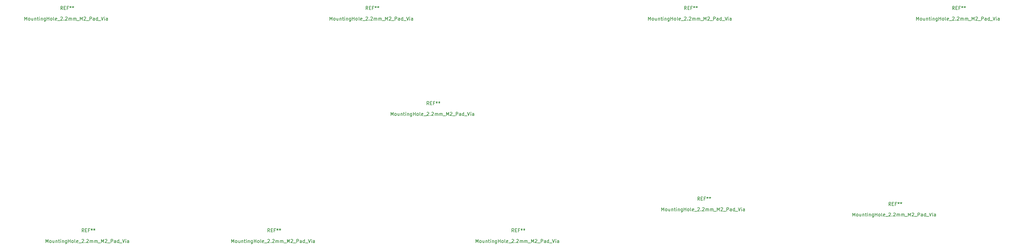
<source format=gbr>
G04 #@! TF.FileFunction,Other,Fab,Top*
%FSLAX46Y46*%
G04 Gerber Fmt 4.6, Leading zero omitted, Abs format (unit mm)*
G04 Created by KiCad (PCBNEW 4.0.7) date 04/17/18 22:14:42*
%MOMM*%
%LPD*%
G01*
G04 APERTURE LIST*
%ADD10C,0.100000*%
%ADD11C,0.150000*%
G04 APERTURE END LIST*
D10*
D11*
X320970238Y-70327381D02*
X320970238Y-69327381D01*
X321303572Y-70041667D01*
X321636905Y-69327381D01*
X321636905Y-70327381D01*
X322255952Y-70327381D02*
X322160714Y-70279762D01*
X322113095Y-70232143D01*
X322065476Y-70136905D01*
X322065476Y-69851190D01*
X322113095Y-69755952D01*
X322160714Y-69708333D01*
X322255952Y-69660714D01*
X322398810Y-69660714D01*
X322494048Y-69708333D01*
X322541667Y-69755952D01*
X322589286Y-69851190D01*
X322589286Y-70136905D01*
X322541667Y-70232143D01*
X322494048Y-70279762D01*
X322398810Y-70327381D01*
X322255952Y-70327381D01*
X323446429Y-69660714D02*
X323446429Y-70327381D01*
X323017857Y-69660714D02*
X323017857Y-70184524D01*
X323065476Y-70279762D01*
X323160714Y-70327381D01*
X323303572Y-70327381D01*
X323398810Y-70279762D01*
X323446429Y-70232143D01*
X323922619Y-69660714D02*
X323922619Y-70327381D01*
X323922619Y-69755952D02*
X323970238Y-69708333D01*
X324065476Y-69660714D01*
X324208334Y-69660714D01*
X324303572Y-69708333D01*
X324351191Y-69803571D01*
X324351191Y-70327381D01*
X324684524Y-69660714D02*
X325065476Y-69660714D01*
X324827381Y-69327381D02*
X324827381Y-70184524D01*
X324875000Y-70279762D01*
X324970238Y-70327381D01*
X325065476Y-70327381D01*
X325398810Y-70327381D02*
X325398810Y-69660714D01*
X325398810Y-69327381D02*
X325351191Y-69375000D01*
X325398810Y-69422619D01*
X325446429Y-69375000D01*
X325398810Y-69327381D01*
X325398810Y-69422619D01*
X325875000Y-69660714D02*
X325875000Y-70327381D01*
X325875000Y-69755952D02*
X325922619Y-69708333D01*
X326017857Y-69660714D01*
X326160715Y-69660714D01*
X326255953Y-69708333D01*
X326303572Y-69803571D01*
X326303572Y-70327381D01*
X327208334Y-69660714D02*
X327208334Y-70470238D01*
X327160715Y-70565476D01*
X327113096Y-70613095D01*
X327017857Y-70660714D01*
X326875000Y-70660714D01*
X326779762Y-70613095D01*
X327208334Y-70279762D02*
X327113096Y-70327381D01*
X326922619Y-70327381D01*
X326827381Y-70279762D01*
X326779762Y-70232143D01*
X326732143Y-70136905D01*
X326732143Y-69851190D01*
X326779762Y-69755952D01*
X326827381Y-69708333D01*
X326922619Y-69660714D01*
X327113096Y-69660714D01*
X327208334Y-69708333D01*
X327684524Y-70327381D02*
X327684524Y-69327381D01*
X327684524Y-69803571D02*
X328255953Y-69803571D01*
X328255953Y-70327381D02*
X328255953Y-69327381D01*
X328875000Y-70327381D02*
X328779762Y-70279762D01*
X328732143Y-70232143D01*
X328684524Y-70136905D01*
X328684524Y-69851190D01*
X328732143Y-69755952D01*
X328779762Y-69708333D01*
X328875000Y-69660714D01*
X329017858Y-69660714D01*
X329113096Y-69708333D01*
X329160715Y-69755952D01*
X329208334Y-69851190D01*
X329208334Y-70136905D01*
X329160715Y-70232143D01*
X329113096Y-70279762D01*
X329017858Y-70327381D01*
X328875000Y-70327381D01*
X329779762Y-70327381D02*
X329684524Y-70279762D01*
X329636905Y-70184524D01*
X329636905Y-69327381D01*
X330541668Y-70279762D02*
X330446430Y-70327381D01*
X330255953Y-70327381D01*
X330160715Y-70279762D01*
X330113096Y-70184524D01*
X330113096Y-69803571D01*
X330160715Y-69708333D01*
X330255953Y-69660714D01*
X330446430Y-69660714D01*
X330541668Y-69708333D01*
X330589287Y-69803571D01*
X330589287Y-69898810D01*
X330113096Y-69994048D01*
X330779763Y-70422619D02*
X331541668Y-70422619D01*
X331732144Y-69422619D02*
X331779763Y-69375000D01*
X331875001Y-69327381D01*
X332113097Y-69327381D01*
X332208335Y-69375000D01*
X332255954Y-69422619D01*
X332303573Y-69517857D01*
X332303573Y-69613095D01*
X332255954Y-69755952D01*
X331684525Y-70327381D01*
X332303573Y-70327381D01*
X332732144Y-70232143D02*
X332779763Y-70279762D01*
X332732144Y-70327381D01*
X332684525Y-70279762D01*
X332732144Y-70232143D01*
X332732144Y-70327381D01*
X333160715Y-69422619D02*
X333208334Y-69375000D01*
X333303572Y-69327381D01*
X333541668Y-69327381D01*
X333636906Y-69375000D01*
X333684525Y-69422619D01*
X333732144Y-69517857D01*
X333732144Y-69613095D01*
X333684525Y-69755952D01*
X333113096Y-70327381D01*
X333732144Y-70327381D01*
X334160715Y-70327381D02*
X334160715Y-69660714D01*
X334160715Y-69755952D02*
X334208334Y-69708333D01*
X334303572Y-69660714D01*
X334446430Y-69660714D01*
X334541668Y-69708333D01*
X334589287Y-69803571D01*
X334589287Y-70327381D01*
X334589287Y-69803571D02*
X334636906Y-69708333D01*
X334732144Y-69660714D01*
X334875001Y-69660714D01*
X334970239Y-69708333D01*
X335017858Y-69803571D01*
X335017858Y-70327381D01*
X335494048Y-70327381D02*
X335494048Y-69660714D01*
X335494048Y-69755952D02*
X335541667Y-69708333D01*
X335636905Y-69660714D01*
X335779763Y-69660714D01*
X335875001Y-69708333D01*
X335922620Y-69803571D01*
X335922620Y-70327381D01*
X335922620Y-69803571D02*
X335970239Y-69708333D01*
X336065477Y-69660714D01*
X336208334Y-69660714D01*
X336303572Y-69708333D01*
X336351191Y-69803571D01*
X336351191Y-70327381D01*
X336589286Y-70422619D02*
X337351191Y-70422619D01*
X337589286Y-70327381D02*
X337589286Y-69327381D01*
X337922620Y-70041667D01*
X338255953Y-69327381D01*
X338255953Y-70327381D01*
X338684524Y-69422619D02*
X338732143Y-69375000D01*
X338827381Y-69327381D01*
X339065477Y-69327381D01*
X339160715Y-69375000D01*
X339208334Y-69422619D01*
X339255953Y-69517857D01*
X339255953Y-69613095D01*
X339208334Y-69755952D01*
X338636905Y-70327381D01*
X339255953Y-70327381D01*
X339446429Y-70422619D02*
X340208334Y-70422619D01*
X340446429Y-70327381D02*
X340446429Y-69327381D01*
X340827382Y-69327381D01*
X340922620Y-69375000D01*
X340970239Y-69422619D01*
X341017858Y-69517857D01*
X341017858Y-69660714D01*
X340970239Y-69755952D01*
X340922620Y-69803571D01*
X340827382Y-69851190D01*
X340446429Y-69851190D01*
X341875001Y-70327381D02*
X341875001Y-69803571D01*
X341827382Y-69708333D01*
X341732144Y-69660714D01*
X341541667Y-69660714D01*
X341446429Y-69708333D01*
X341875001Y-70279762D02*
X341779763Y-70327381D01*
X341541667Y-70327381D01*
X341446429Y-70279762D01*
X341398810Y-70184524D01*
X341398810Y-70089286D01*
X341446429Y-69994048D01*
X341541667Y-69946429D01*
X341779763Y-69946429D01*
X341875001Y-69898810D01*
X342779763Y-70327381D02*
X342779763Y-69327381D01*
X342779763Y-70279762D02*
X342684525Y-70327381D01*
X342494048Y-70327381D01*
X342398810Y-70279762D01*
X342351191Y-70232143D01*
X342303572Y-70136905D01*
X342303572Y-69851190D01*
X342351191Y-69755952D01*
X342398810Y-69708333D01*
X342494048Y-69660714D01*
X342684525Y-69660714D01*
X342779763Y-69708333D01*
X343017858Y-70422619D02*
X343779763Y-70422619D01*
X343875001Y-69327381D02*
X344208334Y-70327381D01*
X344541668Y-69327381D01*
X344875001Y-70327381D02*
X344875001Y-69660714D01*
X344875001Y-69327381D02*
X344827382Y-69375000D01*
X344875001Y-69422619D01*
X344922620Y-69375000D01*
X344875001Y-69327381D01*
X344875001Y-69422619D01*
X345779763Y-70327381D02*
X345779763Y-69803571D01*
X345732144Y-69708333D01*
X345636906Y-69660714D01*
X345446429Y-69660714D01*
X345351191Y-69708333D01*
X345779763Y-70279762D02*
X345684525Y-70327381D01*
X345446429Y-70327381D01*
X345351191Y-70279762D01*
X345303572Y-70184524D01*
X345303572Y-70089286D01*
X345351191Y-69994048D01*
X345446429Y-69946429D01*
X345684525Y-69946429D01*
X345779763Y-69898810D01*
X332341667Y-67127381D02*
X332008333Y-66651190D01*
X331770238Y-67127381D02*
X331770238Y-66127381D01*
X332151191Y-66127381D01*
X332246429Y-66175000D01*
X332294048Y-66222619D01*
X332341667Y-66317857D01*
X332341667Y-66460714D01*
X332294048Y-66555952D01*
X332246429Y-66603571D01*
X332151191Y-66651190D01*
X331770238Y-66651190D01*
X332770238Y-66603571D02*
X333103572Y-66603571D01*
X333246429Y-67127381D02*
X332770238Y-67127381D01*
X332770238Y-66127381D01*
X333246429Y-66127381D01*
X334008334Y-66603571D02*
X333675000Y-66603571D01*
X333675000Y-67127381D02*
X333675000Y-66127381D01*
X334151191Y-66127381D01*
X334675000Y-66127381D02*
X334675000Y-66365476D01*
X334436905Y-66270238D02*
X334675000Y-66365476D01*
X334913096Y-66270238D01*
X334532143Y-66555952D02*
X334675000Y-66365476D01*
X334817858Y-66555952D01*
X335436905Y-66127381D02*
X335436905Y-66365476D01*
X335198810Y-66270238D02*
X335436905Y-66365476D01*
X335675001Y-66270238D01*
X335294048Y-66555952D02*
X335436905Y-66365476D01*
X335579763Y-66555952D01*
X301920238Y-129064881D02*
X301920238Y-128064881D01*
X302253572Y-128779167D01*
X302586905Y-128064881D01*
X302586905Y-129064881D01*
X303205952Y-129064881D02*
X303110714Y-129017262D01*
X303063095Y-128969643D01*
X303015476Y-128874405D01*
X303015476Y-128588690D01*
X303063095Y-128493452D01*
X303110714Y-128445833D01*
X303205952Y-128398214D01*
X303348810Y-128398214D01*
X303444048Y-128445833D01*
X303491667Y-128493452D01*
X303539286Y-128588690D01*
X303539286Y-128874405D01*
X303491667Y-128969643D01*
X303444048Y-129017262D01*
X303348810Y-129064881D01*
X303205952Y-129064881D01*
X304396429Y-128398214D02*
X304396429Y-129064881D01*
X303967857Y-128398214D02*
X303967857Y-128922024D01*
X304015476Y-129017262D01*
X304110714Y-129064881D01*
X304253572Y-129064881D01*
X304348810Y-129017262D01*
X304396429Y-128969643D01*
X304872619Y-128398214D02*
X304872619Y-129064881D01*
X304872619Y-128493452D02*
X304920238Y-128445833D01*
X305015476Y-128398214D01*
X305158334Y-128398214D01*
X305253572Y-128445833D01*
X305301191Y-128541071D01*
X305301191Y-129064881D01*
X305634524Y-128398214D02*
X306015476Y-128398214D01*
X305777381Y-128064881D02*
X305777381Y-128922024D01*
X305825000Y-129017262D01*
X305920238Y-129064881D01*
X306015476Y-129064881D01*
X306348810Y-129064881D02*
X306348810Y-128398214D01*
X306348810Y-128064881D02*
X306301191Y-128112500D01*
X306348810Y-128160119D01*
X306396429Y-128112500D01*
X306348810Y-128064881D01*
X306348810Y-128160119D01*
X306825000Y-128398214D02*
X306825000Y-129064881D01*
X306825000Y-128493452D02*
X306872619Y-128445833D01*
X306967857Y-128398214D01*
X307110715Y-128398214D01*
X307205953Y-128445833D01*
X307253572Y-128541071D01*
X307253572Y-129064881D01*
X308158334Y-128398214D02*
X308158334Y-129207738D01*
X308110715Y-129302976D01*
X308063096Y-129350595D01*
X307967857Y-129398214D01*
X307825000Y-129398214D01*
X307729762Y-129350595D01*
X308158334Y-129017262D02*
X308063096Y-129064881D01*
X307872619Y-129064881D01*
X307777381Y-129017262D01*
X307729762Y-128969643D01*
X307682143Y-128874405D01*
X307682143Y-128588690D01*
X307729762Y-128493452D01*
X307777381Y-128445833D01*
X307872619Y-128398214D01*
X308063096Y-128398214D01*
X308158334Y-128445833D01*
X308634524Y-129064881D02*
X308634524Y-128064881D01*
X308634524Y-128541071D02*
X309205953Y-128541071D01*
X309205953Y-129064881D02*
X309205953Y-128064881D01*
X309825000Y-129064881D02*
X309729762Y-129017262D01*
X309682143Y-128969643D01*
X309634524Y-128874405D01*
X309634524Y-128588690D01*
X309682143Y-128493452D01*
X309729762Y-128445833D01*
X309825000Y-128398214D01*
X309967858Y-128398214D01*
X310063096Y-128445833D01*
X310110715Y-128493452D01*
X310158334Y-128588690D01*
X310158334Y-128874405D01*
X310110715Y-128969643D01*
X310063096Y-129017262D01*
X309967858Y-129064881D01*
X309825000Y-129064881D01*
X310729762Y-129064881D02*
X310634524Y-129017262D01*
X310586905Y-128922024D01*
X310586905Y-128064881D01*
X311491668Y-129017262D02*
X311396430Y-129064881D01*
X311205953Y-129064881D01*
X311110715Y-129017262D01*
X311063096Y-128922024D01*
X311063096Y-128541071D01*
X311110715Y-128445833D01*
X311205953Y-128398214D01*
X311396430Y-128398214D01*
X311491668Y-128445833D01*
X311539287Y-128541071D01*
X311539287Y-128636310D01*
X311063096Y-128731548D01*
X311729763Y-129160119D02*
X312491668Y-129160119D01*
X312682144Y-128160119D02*
X312729763Y-128112500D01*
X312825001Y-128064881D01*
X313063097Y-128064881D01*
X313158335Y-128112500D01*
X313205954Y-128160119D01*
X313253573Y-128255357D01*
X313253573Y-128350595D01*
X313205954Y-128493452D01*
X312634525Y-129064881D01*
X313253573Y-129064881D01*
X313682144Y-128969643D02*
X313729763Y-129017262D01*
X313682144Y-129064881D01*
X313634525Y-129017262D01*
X313682144Y-128969643D01*
X313682144Y-129064881D01*
X314110715Y-128160119D02*
X314158334Y-128112500D01*
X314253572Y-128064881D01*
X314491668Y-128064881D01*
X314586906Y-128112500D01*
X314634525Y-128160119D01*
X314682144Y-128255357D01*
X314682144Y-128350595D01*
X314634525Y-128493452D01*
X314063096Y-129064881D01*
X314682144Y-129064881D01*
X315110715Y-129064881D02*
X315110715Y-128398214D01*
X315110715Y-128493452D02*
X315158334Y-128445833D01*
X315253572Y-128398214D01*
X315396430Y-128398214D01*
X315491668Y-128445833D01*
X315539287Y-128541071D01*
X315539287Y-129064881D01*
X315539287Y-128541071D02*
X315586906Y-128445833D01*
X315682144Y-128398214D01*
X315825001Y-128398214D01*
X315920239Y-128445833D01*
X315967858Y-128541071D01*
X315967858Y-129064881D01*
X316444048Y-129064881D02*
X316444048Y-128398214D01*
X316444048Y-128493452D02*
X316491667Y-128445833D01*
X316586905Y-128398214D01*
X316729763Y-128398214D01*
X316825001Y-128445833D01*
X316872620Y-128541071D01*
X316872620Y-129064881D01*
X316872620Y-128541071D02*
X316920239Y-128445833D01*
X317015477Y-128398214D01*
X317158334Y-128398214D01*
X317253572Y-128445833D01*
X317301191Y-128541071D01*
X317301191Y-129064881D01*
X317539286Y-129160119D02*
X318301191Y-129160119D01*
X318539286Y-129064881D02*
X318539286Y-128064881D01*
X318872620Y-128779167D01*
X319205953Y-128064881D01*
X319205953Y-129064881D01*
X319634524Y-128160119D02*
X319682143Y-128112500D01*
X319777381Y-128064881D01*
X320015477Y-128064881D01*
X320110715Y-128112500D01*
X320158334Y-128160119D01*
X320205953Y-128255357D01*
X320205953Y-128350595D01*
X320158334Y-128493452D01*
X319586905Y-129064881D01*
X320205953Y-129064881D01*
X320396429Y-129160119D02*
X321158334Y-129160119D01*
X321396429Y-129064881D02*
X321396429Y-128064881D01*
X321777382Y-128064881D01*
X321872620Y-128112500D01*
X321920239Y-128160119D01*
X321967858Y-128255357D01*
X321967858Y-128398214D01*
X321920239Y-128493452D01*
X321872620Y-128541071D01*
X321777382Y-128588690D01*
X321396429Y-128588690D01*
X322825001Y-129064881D02*
X322825001Y-128541071D01*
X322777382Y-128445833D01*
X322682144Y-128398214D01*
X322491667Y-128398214D01*
X322396429Y-128445833D01*
X322825001Y-129017262D02*
X322729763Y-129064881D01*
X322491667Y-129064881D01*
X322396429Y-129017262D01*
X322348810Y-128922024D01*
X322348810Y-128826786D01*
X322396429Y-128731548D01*
X322491667Y-128683929D01*
X322729763Y-128683929D01*
X322825001Y-128636310D01*
X323729763Y-129064881D02*
X323729763Y-128064881D01*
X323729763Y-129017262D02*
X323634525Y-129064881D01*
X323444048Y-129064881D01*
X323348810Y-129017262D01*
X323301191Y-128969643D01*
X323253572Y-128874405D01*
X323253572Y-128588690D01*
X323301191Y-128493452D01*
X323348810Y-128445833D01*
X323444048Y-128398214D01*
X323634525Y-128398214D01*
X323729763Y-128445833D01*
X323967858Y-129160119D02*
X324729763Y-129160119D01*
X324825001Y-128064881D02*
X325158334Y-129064881D01*
X325491668Y-128064881D01*
X325825001Y-129064881D02*
X325825001Y-128398214D01*
X325825001Y-128064881D02*
X325777382Y-128112500D01*
X325825001Y-128160119D01*
X325872620Y-128112500D01*
X325825001Y-128064881D01*
X325825001Y-128160119D01*
X326729763Y-129064881D02*
X326729763Y-128541071D01*
X326682144Y-128445833D01*
X326586906Y-128398214D01*
X326396429Y-128398214D01*
X326301191Y-128445833D01*
X326729763Y-129017262D02*
X326634525Y-129064881D01*
X326396429Y-129064881D01*
X326301191Y-129017262D01*
X326253572Y-128922024D01*
X326253572Y-128826786D01*
X326301191Y-128731548D01*
X326396429Y-128683929D01*
X326634525Y-128683929D01*
X326729763Y-128636310D01*
X313291667Y-125864881D02*
X312958333Y-125388690D01*
X312720238Y-125864881D02*
X312720238Y-124864881D01*
X313101191Y-124864881D01*
X313196429Y-124912500D01*
X313244048Y-124960119D01*
X313291667Y-125055357D01*
X313291667Y-125198214D01*
X313244048Y-125293452D01*
X313196429Y-125341071D01*
X313101191Y-125388690D01*
X312720238Y-125388690D01*
X313720238Y-125341071D02*
X314053572Y-125341071D01*
X314196429Y-125864881D02*
X313720238Y-125864881D01*
X313720238Y-124864881D01*
X314196429Y-124864881D01*
X314958334Y-125341071D02*
X314625000Y-125341071D01*
X314625000Y-125864881D02*
X314625000Y-124864881D01*
X315101191Y-124864881D01*
X315625000Y-124864881D02*
X315625000Y-125102976D01*
X315386905Y-125007738D02*
X315625000Y-125102976D01*
X315863096Y-125007738D01*
X315482143Y-125293452D02*
X315625000Y-125102976D01*
X315767858Y-125293452D01*
X316386905Y-124864881D02*
X316386905Y-125102976D01*
X316148810Y-125007738D02*
X316386905Y-125102976D01*
X316625001Y-125007738D01*
X316244048Y-125293452D02*
X316386905Y-125102976D01*
X316529763Y-125293452D01*
X60620238Y-137002381D02*
X60620238Y-136002381D01*
X60953572Y-136716667D01*
X61286905Y-136002381D01*
X61286905Y-137002381D01*
X61905952Y-137002381D02*
X61810714Y-136954762D01*
X61763095Y-136907143D01*
X61715476Y-136811905D01*
X61715476Y-136526190D01*
X61763095Y-136430952D01*
X61810714Y-136383333D01*
X61905952Y-136335714D01*
X62048810Y-136335714D01*
X62144048Y-136383333D01*
X62191667Y-136430952D01*
X62239286Y-136526190D01*
X62239286Y-136811905D01*
X62191667Y-136907143D01*
X62144048Y-136954762D01*
X62048810Y-137002381D01*
X61905952Y-137002381D01*
X63096429Y-136335714D02*
X63096429Y-137002381D01*
X62667857Y-136335714D02*
X62667857Y-136859524D01*
X62715476Y-136954762D01*
X62810714Y-137002381D01*
X62953572Y-137002381D01*
X63048810Y-136954762D01*
X63096429Y-136907143D01*
X63572619Y-136335714D02*
X63572619Y-137002381D01*
X63572619Y-136430952D02*
X63620238Y-136383333D01*
X63715476Y-136335714D01*
X63858334Y-136335714D01*
X63953572Y-136383333D01*
X64001191Y-136478571D01*
X64001191Y-137002381D01*
X64334524Y-136335714D02*
X64715476Y-136335714D01*
X64477381Y-136002381D02*
X64477381Y-136859524D01*
X64525000Y-136954762D01*
X64620238Y-137002381D01*
X64715476Y-137002381D01*
X65048810Y-137002381D02*
X65048810Y-136335714D01*
X65048810Y-136002381D02*
X65001191Y-136050000D01*
X65048810Y-136097619D01*
X65096429Y-136050000D01*
X65048810Y-136002381D01*
X65048810Y-136097619D01*
X65525000Y-136335714D02*
X65525000Y-137002381D01*
X65525000Y-136430952D02*
X65572619Y-136383333D01*
X65667857Y-136335714D01*
X65810715Y-136335714D01*
X65905953Y-136383333D01*
X65953572Y-136478571D01*
X65953572Y-137002381D01*
X66858334Y-136335714D02*
X66858334Y-137145238D01*
X66810715Y-137240476D01*
X66763096Y-137288095D01*
X66667857Y-137335714D01*
X66525000Y-137335714D01*
X66429762Y-137288095D01*
X66858334Y-136954762D02*
X66763096Y-137002381D01*
X66572619Y-137002381D01*
X66477381Y-136954762D01*
X66429762Y-136907143D01*
X66382143Y-136811905D01*
X66382143Y-136526190D01*
X66429762Y-136430952D01*
X66477381Y-136383333D01*
X66572619Y-136335714D01*
X66763096Y-136335714D01*
X66858334Y-136383333D01*
X67334524Y-137002381D02*
X67334524Y-136002381D01*
X67334524Y-136478571D02*
X67905953Y-136478571D01*
X67905953Y-137002381D02*
X67905953Y-136002381D01*
X68525000Y-137002381D02*
X68429762Y-136954762D01*
X68382143Y-136907143D01*
X68334524Y-136811905D01*
X68334524Y-136526190D01*
X68382143Y-136430952D01*
X68429762Y-136383333D01*
X68525000Y-136335714D01*
X68667858Y-136335714D01*
X68763096Y-136383333D01*
X68810715Y-136430952D01*
X68858334Y-136526190D01*
X68858334Y-136811905D01*
X68810715Y-136907143D01*
X68763096Y-136954762D01*
X68667858Y-137002381D01*
X68525000Y-137002381D01*
X69429762Y-137002381D02*
X69334524Y-136954762D01*
X69286905Y-136859524D01*
X69286905Y-136002381D01*
X70191668Y-136954762D02*
X70096430Y-137002381D01*
X69905953Y-137002381D01*
X69810715Y-136954762D01*
X69763096Y-136859524D01*
X69763096Y-136478571D01*
X69810715Y-136383333D01*
X69905953Y-136335714D01*
X70096430Y-136335714D01*
X70191668Y-136383333D01*
X70239287Y-136478571D01*
X70239287Y-136573810D01*
X69763096Y-136669048D01*
X70429763Y-137097619D02*
X71191668Y-137097619D01*
X71382144Y-136097619D02*
X71429763Y-136050000D01*
X71525001Y-136002381D01*
X71763097Y-136002381D01*
X71858335Y-136050000D01*
X71905954Y-136097619D01*
X71953573Y-136192857D01*
X71953573Y-136288095D01*
X71905954Y-136430952D01*
X71334525Y-137002381D01*
X71953573Y-137002381D01*
X72382144Y-136907143D02*
X72429763Y-136954762D01*
X72382144Y-137002381D01*
X72334525Y-136954762D01*
X72382144Y-136907143D01*
X72382144Y-137002381D01*
X72810715Y-136097619D02*
X72858334Y-136050000D01*
X72953572Y-136002381D01*
X73191668Y-136002381D01*
X73286906Y-136050000D01*
X73334525Y-136097619D01*
X73382144Y-136192857D01*
X73382144Y-136288095D01*
X73334525Y-136430952D01*
X72763096Y-137002381D01*
X73382144Y-137002381D01*
X73810715Y-137002381D02*
X73810715Y-136335714D01*
X73810715Y-136430952D02*
X73858334Y-136383333D01*
X73953572Y-136335714D01*
X74096430Y-136335714D01*
X74191668Y-136383333D01*
X74239287Y-136478571D01*
X74239287Y-137002381D01*
X74239287Y-136478571D02*
X74286906Y-136383333D01*
X74382144Y-136335714D01*
X74525001Y-136335714D01*
X74620239Y-136383333D01*
X74667858Y-136478571D01*
X74667858Y-137002381D01*
X75144048Y-137002381D02*
X75144048Y-136335714D01*
X75144048Y-136430952D02*
X75191667Y-136383333D01*
X75286905Y-136335714D01*
X75429763Y-136335714D01*
X75525001Y-136383333D01*
X75572620Y-136478571D01*
X75572620Y-137002381D01*
X75572620Y-136478571D02*
X75620239Y-136383333D01*
X75715477Y-136335714D01*
X75858334Y-136335714D01*
X75953572Y-136383333D01*
X76001191Y-136478571D01*
X76001191Y-137002381D01*
X76239286Y-137097619D02*
X77001191Y-137097619D01*
X77239286Y-137002381D02*
X77239286Y-136002381D01*
X77572620Y-136716667D01*
X77905953Y-136002381D01*
X77905953Y-137002381D01*
X78334524Y-136097619D02*
X78382143Y-136050000D01*
X78477381Y-136002381D01*
X78715477Y-136002381D01*
X78810715Y-136050000D01*
X78858334Y-136097619D01*
X78905953Y-136192857D01*
X78905953Y-136288095D01*
X78858334Y-136430952D01*
X78286905Y-137002381D01*
X78905953Y-137002381D01*
X79096429Y-137097619D02*
X79858334Y-137097619D01*
X80096429Y-137002381D02*
X80096429Y-136002381D01*
X80477382Y-136002381D01*
X80572620Y-136050000D01*
X80620239Y-136097619D01*
X80667858Y-136192857D01*
X80667858Y-136335714D01*
X80620239Y-136430952D01*
X80572620Y-136478571D01*
X80477382Y-136526190D01*
X80096429Y-136526190D01*
X81525001Y-137002381D02*
X81525001Y-136478571D01*
X81477382Y-136383333D01*
X81382144Y-136335714D01*
X81191667Y-136335714D01*
X81096429Y-136383333D01*
X81525001Y-136954762D02*
X81429763Y-137002381D01*
X81191667Y-137002381D01*
X81096429Y-136954762D01*
X81048810Y-136859524D01*
X81048810Y-136764286D01*
X81096429Y-136669048D01*
X81191667Y-136621429D01*
X81429763Y-136621429D01*
X81525001Y-136573810D01*
X82429763Y-137002381D02*
X82429763Y-136002381D01*
X82429763Y-136954762D02*
X82334525Y-137002381D01*
X82144048Y-137002381D01*
X82048810Y-136954762D01*
X82001191Y-136907143D01*
X81953572Y-136811905D01*
X81953572Y-136526190D01*
X82001191Y-136430952D01*
X82048810Y-136383333D01*
X82144048Y-136335714D01*
X82334525Y-136335714D01*
X82429763Y-136383333D01*
X82667858Y-137097619D02*
X83429763Y-137097619D01*
X83525001Y-136002381D02*
X83858334Y-137002381D01*
X84191668Y-136002381D01*
X84525001Y-137002381D02*
X84525001Y-136335714D01*
X84525001Y-136002381D02*
X84477382Y-136050000D01*
X84525001Y-136097619D01*
X84572620Y-136050000D01*
X84525001Y-136002381D01*
X84525001Y-136097619D01*
X85429763Y-137002381D02*
X85429763Y-136478571D01*
X85382144Y-136383333D01*
X85286906Y-136335714D01*
X85096429Y-136335714D01*
X85001191Y-136383333D01*
X85429763Y-136954762D02*
X85334525Y-137002381D01*
X85096429Y-137002381D01*
X85001191Y-136954762D01*
X84953572Y-136859524D01*
X84953572Y-136764286D01*
X85001191Y-136669048D01*
X85096429Y-136621429D01*
X85334525Y-136621429D01*
X85429763Y-136573810D01*
X71991667Y-133802381D02*
X71658333Y-133326190D01*
X71420238Y-133802381D02*
X71420238Y-132802381D01*
X71801191Y-132802381D01*
X71896429Y-132850000D01*
X71944048Y-132897619D01*
X71991667Y-132992857D01*
X71991667Y-133135714D01*
X71944048Y-133230952D01*
X71896429Y-133278571D01*
X71801191Y-133326190D01*
X71420238Y-133326190D01*
X72420238Y-133278571D02*
X72753572Y-133278571D01*
X72896429Y-133802381D02*
X72420238Y-133802381D01*
X72420238Y-132802381D01*
X72896429Y-132802381D01*
X73658334Y-133278571D02*
X73325000Y-133278571D01*
X73325000Y-133802381D02*
X73325000Y-132802381D01*
X73801191Y-132802381D01*
X74325000Y-132802381D02*
X74325000Y-133040476D01*
X74086905Y-132945238D02*
X74325000Y-133040476D01*
X74563096Y-132945238D01*
X74182143Y-133230952D02*
X74325000Y-133040476D01*
X74467858Y-133230952D01*
X75086905Y-132802381D02*
X75086905Y-133040476D01*
X74848810Y-132945238D02*
X75086905Y-133040476D01*
X75325001Y-132945238D01*
X74944048Y-133230952D02*
X75086905Y-133040476D01*
X75229763Y-133230952D01*
X163807738Y-98902381D02*
X163807738Y-97902381D01*
X164141072Y-98616667D01*
X164474405Y-97902381D01*
X164474405Y-98902381D01*
X165093452Y-98902381D02*
X164998214Y-98854762D01*
X164950595Y-98807143D01*
X164902976Y-98711905D01*
X164902976Y-98426190D01*
X164950595Y-98330952D01*
X164998214Y-98283333D01*
X165093452Y-98235714D01*
X165236310Y-98235714D01*
X165331548Y-98283333D01*
X165379167Y-98330952D01*
X165426786Y-98426190D01*
X165426786Y-98711905D01*
X165379167Y-98807143D01*
X165331548Y-98854762D01*
X165236310Y-98902381D01*
X165093452Y-98902381D01*
X166283929Y-98235714D02*
X166283929Y-98902381D01*
X165855357Y-98235714D02*
X165855357Y-98759524D01*
X165902976Y-98854762D01*
X165998214Y-98902381D01*
X166141072Y-98902381D01*
X166236310Y-98854762D01*
X166283929Y-98807143D01*
X166760119Y-98235714D02*
X166760119Y-98902381D01*
X166760119Y-98330952D02*
X166807738Y-98283333D01*
X166902976Y-98235714D01*
X167045834Y-98235714D01*
X167141072Y-98283333D01*
X167188691Y-98378571D01*
X167188691Y-98902381D01*
X167522024Y-98235714D02*
X167902976Y-98235714D01*
X167664881Y-97902381D02*
X167664881Y-98759524D01*
X167712500Y-98854762D01*
X167807738Y-98902381D01*
X167902976Y-98902381D01*
X168236310Y-98902381D02*
X168236310Y-98235714D01*
X168236310Y-97902381D02*
X168188691Y-97950000D01*
X168236310Y-97997619D01*
X168283929Y-97950000D01*
X168236310Y-97902381D01*
X168236310Y-97997619D01*
X168712500Y-98235714D02*
X168712500Y-98902381D01*
X168712500Y-98330952D02*
X168760119Y-98283333D01*
X168855357Y-98235714D01*
X168998215Y-98235714D01*
X169093453Y-98283333D01*
X169141072Y-98378571D01*
X169141072Y-98902381D01*
X170045834Y-98235714D02*
X170045834Y-99045238D01*
X169998215Y-99140476D01*
X169950596Y-99188095D01*
X169855357Y-99235714D01*
X169712500Y-99235714D01*
X169617262Y-99188095D01*
X170045834Y-98854762D02*
X169950596Y-98902381D01*
X169760119Y-98902381D01*
X169664881Y-98854762D01*
X169617262Y-98807143D01*
X169569643Y-98711905D01*
X169569643Y-98426190D01*
X169617262Y-98330952D01*
X169664881Y-98283333D01*
X169760119Y-98235714D01*
X169950596Y-98235714D01*
X170045834Y-98283333D01*
X170522024Y-98902381D02*
X170522024Y-97902381D01*
X170522024Y-98378571D02*
X171093453Y-98378571D01*
X171093453Y-98902381D02*
X171093453Y-97902381D01*
X171712500Y-98902381D02*
X171617262Y-98854762D01*
X171569643Y-98807143D01*
X171522024Y-98711905D01*
X171522024Y-98426190D01*
X171569643Y-98330952D01*
X171617262Y-98283333D01*
X171712500Y-98235714D01*
X171855358Y-98235714D01*
X171950596Y-98283333D01*
X171998215Y-98330952D01*
X172045834Y-98426190D01*
X172045834Y-98711905D01*
X171998215Y-98807143D01*
X171950596Y-98854762D01*
X171855358Y-98902381D01*
X171712500Y-98902381D01*
X172617262Y-98902381D02*
X172522024Y-98854762D01*
X172474405Y-98759524D01*
X172474405Y-97902381D01*
X173379168Y-98854762D02*
X173283930Y-98902381D01*
X173093453Y-98902381D01*
X172998215Y-98854762D01*
X172950596Y-98759524D01*
X172950596Y-98378571D01*
X172998215Y-98283333D01*
X173093453Y-98235714D01*
X173283930Y-98235714D01*
X173379168Y-98283333D01*
X173426787Y-98378571D01*
X173426787Y-98473810D01*
X172950596Y-98569048D01*
X173617263Y-98997619D02*
X174379168Y-98997619D01*
X174569644Y-97997619D02*
X174617263Y-97950000D01*
X174712501Y-97902381D01*
X174950597Y-97902381D01*
X175045835Y-97950000D01*
X175093454Y-97997619D01*
X175141073Y-98092857D01*
X175141073Y-98188095D01*
X175093454Y-98330952D01*
X174522025Y-98902381D01*
X175141073Y-98902381D01*
X175569644Y-98807143D02*
X175617263Y-98854762D01*
X175569644Y-98902381D01*
X175522025Y-98854762D01*
X175569644Y-98807143D01*
X175569644Y-98902381D01*
X175998215Y-97997619D02*
X176045834Y-97950000D01*
X176141072Y-97902381D01*
X176379168Y-97902381D01*
X176474406Y-97950000D01*
X176522025Y-97997619D01*
X176569644Y-98092857D01*
X176569644Y-98188095D01*
X176522025Y-98330952D01*
X175950596Y-98902381D01*
X176569644Y-98902381D01*
X176998215Y-98902381D02*
X176998215Y-98235714D01*
X176998215Y-98330952D02*
X177045834Y-98283333D01*
X177141072Y-98235714D01*
X177283930Y-98235714D01*
X177379168Y-98283333D01*
X177426787Y-98378571D01*
X177426787Y-98902381D01*
X177426787Y-98378571D02*
X177474406Y-98283333D01*
X177569644Y-98235714D01*
X177712501Y-98235714D01*
X177807739Y-98283333D01*
X177855358Y-98378571D01*
X177855358Y-98902381D01*
X178331548Y-98902381D02*
X178331548Y-98235714D01*
X178331548Y-98330952D02*
X178379167Y-98283333D01*
X178474405Y-98235714D01*
X178617263Y-98235714D01*
X178712501Y-98283333D01*
X178760120Y-98378571D01*
X178760120Y-98902381D01*
X178760120Y-98378571D02*
X178807739Y-98283333D01*
X178902977Y-98235714D01*
X179045834Y-98235714D01*
X179141072Y-98283333D01*
X179188691Y-98378571D01*
X179188691Y-98902381D01*
X179426786Y-98997619D02*
X180188691Y-98997619D01*
X180426786Y-98902381D02*
X180426786Y-97902381D01*
X180760120Y-98616667D01*
X181093453Y-97902381D01*
X181093453Y-98902381D01*
X181522024Y-97997619D02*
X181569643Y-97950000D01*
X181664881Y-97902381D01*
X181902977Y-97902381D01*
X181998215Y-97950000D01*
X182045834Y-97997619D01*
X182093453Y-98092857D01*
X182093453Y-98188095D01*
X182045834Y-98330952D01*
X181474405Y-98902381D01*
X182093453Y-98902381D01*
X182283929Y-98997619D02*
X183045834Y-98997619D01*
X183283929Y-98902381D02*
X183283929Y-97902381D01*
X183664882Y-97902381D01*
X183760120Y-97950000D01*
X183807739Y-97997619D01*
X183855358Y-98092857D01*
X183855358Y-98235714D01*
X183807739Y-98330952D01*
X183760120Y-98378571D01*
X183664882Y-98426190D01*
X183283929Y-98426190D01*
X184712501Y-98902381D02*
X184712501Y-98378571D01*
X184664882Y-98283333D01*
X184569644Y-98235714D01*
X184379167Y-98235714D01*
X184283929Y-98283333D01*
X184712501Y-98854762D02*
X184617263Y-98902381D01*
X184379167Y-98902381D01*
X184283929Y-98854762D01*
X184236310Y-98759524D01*
X184236310Y-98664286D01*
X184283929Y-98569048D01*
X184379167Y-98521429D01*
X184617263Y-98521429D01*
X184712501Y-98473810D01*
X185617263Y-98902381D02*
X185617263Y-97902381D01*
X185617263Y-98854762D02*
X185522025Y-98902381D01*
X185331548Y-98902381D01*
X185236310Y-98854762D01*
X185188691Y-98807143D01*
X185141072Y-98711905D01*
X185141072Y-98426190D01*
X185188691Y-98330952D01*
X185236310Y-98283333D01*
X185331548Y-98235714D01*
X185522025Y-98235714D01*
X185617263Y-98283333D01*
X185855358Y-98997619D02*
X186617263Y-98997619D01*
X186712501Y-97902381D02*
X187045834Y-98902381D01*
X187379168Y-97902381D01*
X187712501Y-98902381D02*
X187712501Y-98235714D01*
X187712501Y-97902381D02*
X187664882Y-97950000D01*
X187712501Y-97997619D01*
X187760120Y-97950000D01*
X187712501Y-97902381D01*
X187712501Y-97997619D01*
X188617263Y-98902381D02*
X188617263Y-98378571D01*
X188569644Y-98283333D01*
X188474406Y-98235714D01*
X188283929Y-98235714D01*
X188188691Y-98283333D01*
X188617263Y-98854762D02*
X188522025Y-98902381D01*
X188283929Y-98902381D01*
X188188691Y-98854762D01*
X188141072Y-98759524D01*
X188141072Y-98664286D01*
X188188691Y-98569048D01*
X188283929Y-98521429D01*
X188522025Y-98521429D01*
X188617263Y-98473810D01*
X175179167Y-95702381D02*
X174845833Y-95226190D01*
X174607738Y-95702381D02*
X174607738Y-94702381D01*
X174988691Y-94702381D01*
X175083929Y-94750000D01*
X175131548Y-94797619D01*
X175179167Y-94892857D01*
X175179167Y-95035714D01*
X175131548Y-95130952D01*
X175083929Y-95178571D01*
X174988691Y-95226190D01*
X174607738Y-95226190D01*
X175607738Y-95178571D02*
X175941072Y-95178571D01*
X176083929Y-95702381D02*
X175607738Y-95702381D01*
X175607738Y-94702381D01*
X176083929Y-94702381D01*
X176845834Y-95178571D02*
X176512500Y-95178571D01*
X176512500Y-95702381D02*
X176512500Y-94702381D01*
X176988691Y-94702381D01*
X177512500Y-94702381D02*
X177512500Y-94940476D01*
X177274405Y-94845238D02*
X177512500Y-94940476D01*
X177750596Y-94845238D01*
X177369643Y-95130952D02*
X177512500Y-94940476D01*
X177655358Y-95130952D01*
X178274405Y-94702381D02*
X178274405Y-94940476D01*
X178036310Y-94845238D02*
X178274405Y-94940476D01*
X178512501Y-94845238D01*
X178131548Y-95130952D02*
X178274405Y-94940476D01*
X178417263Y-95130952D01*
X189207738Y-137002381D02*
X189207738Y-136002381D01*
X189541072Y-136716667D01*
X189874405Y-136002381D01*
X189874405Y-137002381D01*
X190493452Y-137002381D02*
X190398214Y-136954762D01*
X190350595Y-136907143D01*
X190302976Y-136811905D01*
X190302976Y-136526190D01*
X190350595Y-136430952D01*
X190398214Y-136383333D01*
X190493452Y-136335714D01*
X190636310Y-136335714D01*
X190731548Y-136383333D01*
X190779167Y-136430952D01*
X190826786Y-136526190D01*
X190826786Y-136811905D01*
X190779167Y-136907143D01*
X190731548Y-136954762D01*
X190636310Y-137002381D01*
X190493452Y-137002381D01*
X191683929Y-136335714D02*
X191683929Y-137002381D01*
X191255357Y-136335714D02*
X191255357Y-136859524D01*
X191302976Y-136954762D01*
X191398214Y-137002381D01*
X191541072Y-137002381D01*
X191636310Y-136954762D01*
X191683929Y-136907143D01*
X192160119Y-136335714D02*
X192160119Y-137002381D01*
X192160119Y-136430952D02*
X192207738Y-136383333D01*
X192302976Y-136335714D01*
X192445834Y-136335714D01*
X192541072Y-136383333D01*
X192588691Y-136478571D01*
X192588691Y-137002381D01*
X192922024Y-136335714D02*
X193302976Y-136335714D01*
X193064881Y-136002381D02*
X193064881Y-136859524D01*
X193112500Y-136954762D01*
X193207738Y-137002381D01*
X193302976Y-137002381D01*
X193636310Y-137002381D02*
X193636310Y-136335714D01*
X193636310Y-136002381D02*
X193588691Y-136050000D01*
X193636310Y-136097619D01*
X193683929Y-136050000D01*
X193636310Y-136002381D01*
X193636310Y-136097619D01*
X194112500Y-136335714D02*
X194112500Y-137002381D01*
X194112500Y-136430952D02*
X194160119Y-136383333D01*
X194255357Y-136335714D01*
X194398215Y-136335714D01*
X194493453Y-136383333D01*
X194541072Y-136478571D01*
X194541072Y-137002381D01*
X195445834Y-136335714D02*
X195445834Y-137145238D01*
X195398215Y-137240476D01*
X195350596Y-137288095D01*
X195255357Y-137335714D01*
X195112500Y-137335714D01*
X195017262Y-137288095D01*
X195445834Y-136954762D02*
X195350596Y-137002381D01*
X195160119Y-137002381D01*
X195064881Y-136954762D01*
X195017262Y-136907143D01*
X194969643Y-136811905D01*
X194969643Y-136526190D01*
X195017262Y-136430952D01*
X195064881Y-136383333D01*
X195160119Y-136335714D01*
X195350596Y-136335714D01*
X195445834Y-136383333D01*
X195922024Y-137002381D02*
X195922024Y-136002381D01*
X195922024Y-136478571D02*
X196493453Y-136478571D01*
X196493453Y-137002381D02*
X196493453Y-136002381D01*
X197112500Y-137002381D02*
X197017262Y-136954762D01*
X196969643Y-136907143D01*
X196922024Y-136811905D01*
X196922024Y-136526190D01*
X196969643Y-136430952D01*
X197017262Y-136383333D01*
X197112500Y-136335714D01*
X197255358Y-136335714D01*
X197350596Y-136383333D01*
X197398215Y-136430952D01*
X197445834Y-136526190D01*
X197445834Y-136811905D01*
X197398215Y-136907143D01*
X197350596Y-136954762D01*
X197255358Y-137002381D01*
X197112500Y-137002381D01*
X198017262Y-137002381D02*
X197922024Y-136954762D01*
X197874405Y-136859524D01*
X197874405Y-136002381D01*
X198779168Y-136954762D02*
X198683930Y-137002381D01*
X198493453Y-137002381D01*
X198398215Y-136954762D01*
X198350596Y-136859524D01*
X198350596Y-136478571D01*
X198398215Y-136383333D01*
X198493453Y-136335714D01*
X198683930Y-136335714D01*
X198779168Y-136383333D01*
X198826787Y-136478571D01*
X198826787Y-136573810D01*
X198350596Y-136669048D01*
X199017263Y-137097619D02*
X199779168Y-137097619D01*
X199969644Y-136097619D02*
X200017263Y-136050000D01*
X200112501Y-136002381D01*
X200350597Y-136002381D01*
X200445835Y-136050000D01*
X200493454Y-136097619D01*
X200541073Y-136192857D01*
X200541073Y-136288095D01*
X200493454Y-136430952D01*
X199922025Y-137002381D01*
X200541073Y-137002381D01*
X200969644Y-136907143D02*
X201017263Y-136954762D01*
X200969644Y-137002381D01*
X200922025Y-136954762D01*
X200969644Y-136907143D01*
X200969644Y-137002381D01*
X201398215Y-136097619D02*
X201445834Y-136050000D01*
X201541072Y-136002381D01*
X201779168Y-136002381D01*
X201874406Y-136050000D01*
X201922025Y-136097619D01*
X201969644Y-136192857D01*
X201969644Y-136288095D01*
X201922025Y-136430952D01*
X201350596Y-137002381D01*
X201969644Y-137002381D01*
X202398215Y-137002381D02*
X202398215Y-136335714D01*
X202398215Y-136430952D02*
X202445834Y-136383333D01*
X202541072Y-136335714D01*
X202683930Y-136335714D01*
X202779168Y-136383333D01*
X202826787Y-136478571D01*
X202826787Y-137002381D01*
X202826787Y-136478571D02*
X202874406Y-136383333D01*
X202969644Y-136335714D01*
X203112501Y-136335714D01*
X203207739Y-136383333D01*
X203255358Y-136478571D01*
X203255358Y-137002381D01*
X203731548Y-137002381D02*
X203731548Y-136335714D01*
X203731548Y-136430952D02*
X203779167Y-136383333D01*
X203874405Y-136335714D01*
X204017263Y-136335714D01*
X204112501Y-136383333D01*
X204160120Y-136478571D01*
X204160120Y-137002381D01*
X204160120Y-136478571D02*
X204207739Y-136383333D01*
X204302977Y-136335714D01*
X204445834Y-136335714D01*
X204541072Y-136383333D01*
X204588691Y-136478571D01*
X204588691Y-137002381D01*
X204826786Y-137097619D02*
X205588691Y-137097619D01*
X205826786Y-137002381D02*
X205826786Y-136002381D01*
X206160120Y-136716667D01*
X206493453Y-136002381D01*
X206493453Y-137002381D01*
X206922024Y-136097619D02*
X206969643Y-136050000D01*
X207064881Y-136002381D01*
X207302977Y-136002381D01*
X207398215Y-136050000D01*
X207445834Y-136097619D01*
X207493453Y-136192857D01*
X207493453Y-136288095D01*
X207445834Y-136430952D01*
X206874405Y-137002381D01*
X207493453Y-137002381D01*
X207683929Y-137097619D02*
X208445834Y-137097619D01*
X208683929Y-137002381D02*
X208683929Y-136002381D01*
X209064882Y-136002381D01*
X209160120Y-136050000D01*
X209207739Y-136097619D01*
X209255358Y-136192857D01*
X209255358Y-136335714D01*
X209207739Y-136430952D01*
X209160120Y-136478571D01*
X209064882Y-136526190D01*
X208683929Y-136526190D01*
X210112501Y-137002381D02*
X210112501Y-136478571D01*
X210064882Y-136383333D01*
X209969644Y-136335714D01*
X209779167Y-136335714D01*
X209683929Y-136383333D01*
X210112501Y-136954762D02*
X210017263Y-137002381D01*
X209779167Y-137002381D01*
X209683929Y-136954762D01*
X209636310Y-136859524D01*
X209636310Y-136764286D01*
X209683929Y-136669048D01*
X209779167Y-136621429D01*
X210017263Y-136621429D01*
X210112501Y-136573810D01*
X211017263Y-137002381D02*
X211017263Y-136002381D01*
X211017263Y-136954762D02*
X210922025Y-137002381D01*
X210731548Y-137002381D01*
X210636310Y-136954762D01*
X210588691Y-136907143D01*
X210541072Y-136811905D01*
X210541072Y-136526190D01*
X210588691Y-136430952D01*
X210636310Y-136383333D01*
X210731548Y-136335714D01*
X210922025Y-136335714D01*
X211017263Y-136383333D01*
X211255358Y-137097619D02*
X212017263Y-137097619D01*
X212112501Y-136002381D02*
X212445834Y-137002381D01*
X212779168Y-136002381D01*
X213112501Y-137002381D02*
X213112501Y-136335714D01*
X213112501Y-136002381D02*
X213064882Y-136050000D01*
X213112501Y-136097619D01*
X213160120Y-136050000D01*
X213112501Y-136002381D01*
X213112501Y-136097619D01*
X214017263Y-137002381D02*
X214017263Y-136478571D01*
X213969644Y-136383333D01*
X213874406Y-136335714D01*
X213683929Y-136335714D01*
X213588691Y-136383333D01*
X214017263Y-136954762D02*
X213922025Y-137002381D01*
X213683929Y-137002381D01*
X213588691Y-136954762D01*
X213541072Y-136859524D01*
X213541072Y-136764286D01*
X213588691Y-136669048D01*
X213683929Y-136621429D01*
X213922025Y-136621429D01*
X214017263Y-136573810D01*
X200579167Y-133802381D02*
X200245833Y-133326190D01*
X200007738Y-133802381D02*
X200007738Y-132802381D01*
X200388691Y-132802381D01*
X200483929Y-132850000D01*
X200531548Y-132897619D01*
X200579167Y-132992857D01*
X200579167Y-133135714D01*
X200531548Y-133230952D01*
X200483929Y-133278571D01*
X200388691Y-133326190D01*
X200007738Y-133326190D01*
X201007738Y-133278571D02*
X201341072Y-133278571D01*
X201483929Y-133802381D02*
X201007738Y-133802381D01*
X201007738Y-132802381D01*
X201483929Y-132802381D01*
X202245834Y-133278571D02*
X201912500Y-133278571D01*
X201912500Y-133802381D02*
X201912500Y-132802381D01*
X202388691Y-132802381D01*
X202912500Y-132802381D02*
X202912500Y-133040476D01*
X202674405Y-132945238D02*
X202912500Y-133040476D01*
X203150596Y-132945238D01*
X202769643Y-133230952D02*
X202912500Y-133040476D01*
X203055358Y-133230952D01*
X203674405Y-132802381D02*
X203674405Y-133040476D01*
X203436310Y-132945238D02*
X203674405Y-133040476D01*
X203912501Y-132945238D01*
X203531548Y-133230952D02*
X203674405Y-133040476D01*
X203817263Y-133230952D01*
X54270238Y-70327381D02*
X54270238Y-69327381D01*
X54603572Y-70041667D01*
X54936905Y-69327381D01*
X54936905Y-70327381D01*
X55555952Y-70327381D02*
X55460714Y-70279762D01*
X55413095Y-70232143D01*
X55365476Y-70136905D01*
X55365476Y-69851190D01*
X55413095Y-69755952D01*
X55460714Y-69708333D01*
X55555952Y-69660714D01*
X55698810Y-69660714D01*
X55794048Y-69708333D01*
X55841667Y-69755952D01*
X55889286Y-69851190D01*
X55889286Y-70136905D01*
X55841667Y-70232143D01*
X55794048Y-70279762D01*
X55698810Y-70327381D01*
X55555952Y-70327381D01*
X56746429Y-69660714D02*
X56746429Y-70327381D01*
X56317857Y-69660714D02*
X56317857Y-70184524D01*
X56365476Y-70279762D01*
X56460714Y-70327381D01*
X56603572Y-70327381D01*
X56698810Y-70279762D01*
X56746429Y-70232143D01*
X57222619Y-69660714D02*
X57222619Y-70327381D01*
X57222619Y-69755952D02*
X57270238Y-69708333D01*
X57365476Y-69660714D01*
X57508334Y-69660714D01*
X57603572Y-69708333D01*
X57651191Y-69803571D01*
X57651191Y-70327381D01*
X57984524Y-69660714D02*
X58365476Y-69660714D01*
X58127381Y-69327381D02*
X58127381Y-70184524D01*
X58175000Y-70279762D01*
X58270238Y-70327381D01*
X58365476Y-70327381D01*
X58698810Y-70327381D02*
X58698810Y-69660714D01*
X58698810Y-69327381D02*
X58651191Y-69375000D01*
X58698810Y-69422619D01*
X58746429Y-69375000D01*
X58698810Y-69327381D01*
X58698810Y-69422619D01*
X59175000Y-69660714D02*
X59175000Y-70327381D01*
X59175000Y-69755952D02*
X59222619Y-69708333D01*
X59317857Y-69660714D01*
X59460715Y-69660714D01*
X59555953Y-69708333D01*
X59603572Y-69803571D01*
X59603572Y-70327381D01*
X60508334Y-69660714D02*
X60508334Y-70470238D01*
X60460715Y-70565476D01*
X60413096Y-70613095D01*
X60317857Y-70660714D01*
X60175000Y-70660714D01*
X60079762Y-70613095D01*
X60508334Y-70279762D02*
X60413096Y-70327381D01*
X60222619Y-70327381D01*
X60127381Y-70279762D01*
X60079762Y-70232143D01*
X60032143Y-70136905D01*
X60032143Y-69851190D01*
X60079762Y-69755952D01*
X60127381Y-69708333D01*
X60222619Y-69660714D01*
X60413096Y-69660714D01*
X60508334Y-69708333D01*
X60984524Y-70327381D02*
X60984524Y-69327381D01*
X60984524Y-69803571D02*
X61555953Y-69803571D01*
X61555953Y-70327381D02*
X61555953Y-69327381D01*
X62175000Y-70327381D02*
X62079762Y-70279762D01*
X62032143Y-70232143D01*
X61984524Y-70136905D01*
X61984524Y-69851190D01*
X62032143Y-69755952D01*
X62079762Y-69708333D01*
X62175000Y-69660714D01*
X62317858Y-69660714D01*
X62413096Y-69708333D01*
X62460715Y-69755952D01*
X62508334Y-69851190D01*
X62508334Y-70136905D01*
X62460715Y-70232143D01*
X62413096Y-70279762D01*
X62317858Y-70327381D01*
X62175000Y-70327381D01*
X63079762Y-70327381D02*
X62984524Y-70279762D01*
X62936905Y-70184524D01*
X62936905Y-69327381D01*
X63841668Y-70279762D02*
X63746430Y-70327381D01*
X63555953Y-70327381D01*
X63460715Y-70279762D01*
X63413096Y-70184524D01*
X63413096Y-69803571D01*
X63460715Y-69708333D01*
X63555953Y-69660714D01*
X63746430Y-69660714D01*
X63841668Y-69708333D01*
X63889287Y-69803571D01*
X63889287Y-69898810D01*
X63413096Y-69994048D01*
X64079763Y-70422619D02*
X64841668Y-70422619D01*
X65032144Y-69422619D02*
X65079763Y-69375000D01*
X65175001Y-69327381D01*
X65413097Y-69327381D01*
X65508335Y-69375000D01*
X65555954Y-69422619D01*
X65603573Y-69517857D01*
X65603573Y-69613095D01*
X65555954Y-69755952D01*
X64984525Y-70327381D01*
X65603573Y-70327381D01*
X66032144Y-70232143D02*
X66079763Y-70279762D01*
X66032144Y-70327381D01*
X65984525Y-70279762D01*
X66032144Y-70232143D01*
X66032144Y-70327381D01*
X66460715Y-69422619D02*
X66508334Y-69375000D01*
X66603572Y-69327381D01*
X66841668Y-69327381D01*
X66936906Y-69375000D01*
X66984525Y-69422619D01*
X67032144Y-69517857D01*
X67032144Y-69613095D01*
X66984525Y-69755952D01*
X66413096Y-70327381D01*
X67032144Y-70327381D01*
X67460715Y-70327381D02*
X67460715Y-69660714D01*
X67460715Y-69755952D02*
X67508334Y-69708333D01*
X67603572Y-69660714D01*
X67746430Y-69660714D01*
X67841668Y-69708333D01*
X67889287Y-69803571D01*
X67889287Y-70327381D01*
X67889287Y-69803571D02*
X67936906Y-69708333D01*
X68032144Y-69660714D01*
X68175001Y-69660714D01*
X68270239Y-69708333D01*
X68317858Y-69803571D01*
X68317858Y-70327381D01*
X68794048Y-70327381D02*
X68794048Y-69660714D01*
X68794048Y-69755952D02*
X68841667Y-69708333D01*
X68936905Y-69660714D01*
X69079763Y-69660714D01*
X69175001Y-69708333D01*
X69222620Y-69803571D01*
X69222620Y-70327381D01*
X69222620Y-69803571D02*
X69270239Y-69708333D01*
X69365477Y-69660714D01*
X69508334Y-69660714D01*
X69603572Y-69708333D01*
X69651191Y-69803571D01*
X69651191Y-70327381D01*
X69889286Y-70422619D02*
X70651191Y-70422619D01*
X70889286Y-70327381D02*
X70889286Y-69327381D01*
X71222620Y-70041667D01*
X71555953Y-69327381D01*
X71555953Y-70327381D01*
X71984524Y-69422619D02*
X72032143Y-69375000D01*
X72127381Y-69327381D01*
X72365477Y-69327381D01*
X72460715Y-69375000D01*
X72508334Y-69422619D01*
X72555953Y-69517857D01*
X72555953Y-69613095D01*
X72508334Y-69755952D01*
X71936905Y-70327381D01*
X72555953Y-70327381D01*
X72746429Y-70422619D02*
X73508334Y-70422619D01*
X73746429Y-70327381D02*
X73746429Y-69327381D01*
X74127382Y-69327381D01*
X74222620Y-69375000D01*
X74270239Y-69422619D01*
X74317858Y-69517857D01*
X74317858Y-69660714D01*
X74270239Y-69755952D01*
X74222620Y-69803571D01*
X74127382Y-69851190D01*
X73746429Y-69851190D01*
X75175001Y-70327381D02*
X75175001Y-69803571D01*
X75127382Y-69708333D01*
X75032144Y-69660714D01*
X74841667Y-69660714D01*
X74746429Y-69708333D01*
X75175001Y-70279762D02*
X75079763Y-70327381D01*
X74841667Y-70327381D01*
X74746429Y-70279762D01*
X74698810Y-70184524D01*
X74698810Y-70089286D01*
X74746429Y-69994048D01*
X74841667Y-69946429D01*
X75079763Y-69946429D01*
X75175001Y-69898810D01*
X76079763Y-70327381D02*
X76079763Y-69327381D01*
X76079763Y-70279762D02*
X75984525Y-70327381D01*
X75794048Y-70327381D01*
X75698810Y-70279762D01*
X75651191Y-70232143D01*
X75603572Y-70136905D01*
X75603572Y-69851190D01*
X75651191Y-69755952D01*
X75698810Y-69708333D01*
X75794048Y-69660714D01*
X75984525Y-69660714D01*
X76079763Y-69708333D01*
X76317858Y-70422619D02*
X77079763Y-70422619D01*
X77175001Y-69327381D02*
X77508334Y-70327381D01*
X77841668Y-69327381D01*
X78175001Y-70327381D02*
X78175001Y-69660714D01*
X78175001Y-69327381D02*
X78127382Y-69375000D01*
X78175001Y-69422619D01*
X78222620Y-69375000D01*
X78175001Y-69327381D01*
X78175001Y-69422619D01*
X79079763Y-70327381D02*
X79079763Y-69803571D01*
X79032144Y-69708333D01*
X78936906Y-69660714D01*
X78746429Y-69660714D01*
X78651191Y-69708333D01*
X79079763Y-70279762D02*
X78984525Y-70327381D01*
X78746429Y-70327381D01*
X78651191Y-70279762D01*
X78603572Y-70184524D01*
X78603572Y-70089286D01*
X78651191Y-69994048D01*
X78746429Y-69946429D01*
X78984525Y-69946429D01*
X79079763Y-69898810D01*
X65641667Y-67127381D02*
X65308333Y-66651190D01*
X65070238Y-67127381D02*
X65070238Y-66127381D01*
X65451191Y-66127381D01*
X65546429Y-66175000D01*
X65594048Y-66222619D01*
X65641667Y-66317857D01*
X65641667Y-66460714D01*
X65594048Y-66555952D01*
X65546429Y-66603571D01*
X65451191Y-66651190D01*
X65070238Y-66651190D01*
X66070238Y-66603571D02*
X66403572Y-66603571D01*
X66546429Y-67127381D02*
X66070238Y-67127381D01*
X66070238Y-66127381D01*
X66546429Y-66127381D01*
X67308334Y-66603571D02*
X66975000Y-66603571D01*
X66975000Y-67127381D02*
X66975000Y-66127381D01*
X67451191Y-66127381D01*
X67975000Y-66127381D02*
X67975000Y-66365476D01*
X67736905Y-66270238D02*
X67975000Y-66365476D01*
X68213096Y-66270238D01*
X67832143Y-66555952D02*
X67975000Y-66365476D01*
X68117858Y-66555952D01*
X68736905Y-66127381D02*
X68736905Y-66365476D01*
X68498810Y-66270238D02*
X68736905Y-66365476D01*
X68975001Y-66270238D01*
X68594048Y-66555952D02*
X68736905Y-66365476D01*
X68879763Y-66555952D01*
X240801488Y-70327381D02*
X240801488Y-69327381D01*
X241134822Y-70041667D01*
X241468155Y-69327381D01*
X241468155Y-70327381D01*
X242087202Y-70327381D02*
X241991964Y-70279762D01*
X241944345Y-70232143D01*
X241896726Y-70136905D01*
X241896726Y-69851190D01*
X241944345Y-69755952D01*
X241991964Y-69708333D01*
X242087202Y-69660714D01*
X242230060Y-69660714D01*
X242325298Y-69708333D01*
X242372917Y-69755952D01*
X242420536Y-69851190D01*
X242420536Y-70136905D01*
X242372917Y-70232143D01*
X242325298Y-70279762D01*
X242230060Y-70327381D01*
X242087202Y-70327381D01*
X243277679Y-69660714D02*
X243277679Y-70327381D01*
X242849107Y-69660714D02*
X242849107Y-70184524D01*
X242896726Y-70279762D01*
X242991964Y-70327381D01*
X243134822Y-70327381D01*
X243230060Y-70279762D01*
X243277679Y-70232143D01*
X243753869Y-69660714D02*
X243753869Y-70327381D01*
X243753869Y-69755952D02*
X243801488Y-69708333D01*
X243896726Y-69660714D01*
X244039584Y-69660714D01*
X244134822Y-69708333D01*
X244182441Y-69803571D01*
X244182441Y-70327381D01*
X244515774Y-69660714D02*
X244896726Y-69660714D01*
X244658631Y-69327381D02*
X244658631Y-70184524D01*
X244706250Y-70279762D01*
X244801488Y-70327381D01*
X244896726Y-70327381D01*
X245230060Y-70327381D02*
X245230060Y-69660714D01*
X245230060Y-69327381D02*
X245182441Y-69375000D01*
X245230060Y-69422619D01*
X245277679Y-69375000D01*
X245230060Y-69327381D01*
X245230060Y-69422619D01*
X245706250Y-69660714D02*
X245706250Y-70327381D01*
X245706250Y-69755952D02*
X245753869Y-69708333D01*
X245849107Y-69660714D01*
X245991965Y-69660714D01*
X246087203Y-69708333D01*
X246134822Y-69803571D01*
X246134822Y-70327381D01*
X247039584Y-69660714D02*
X247039584Y-70470238D01*
X246991965Y-70565476D01*
X246944346Y-70613095D01*
X246849107Y-70660714D01*
X246706250Y-70660714D01*
X246611012Y-70613095D01*
X247039584Y-70279762D02*
X246944346Y-70327381D01*
X246753869Y-70327381D01*
X246658631Y-70279762D01*
X246611012Y-70232143D01*
X246563393Y-70136905D01*
X246563393Y-69851190D01*
X246611012Y-69755952D01*
X246658631Y-69708333D01*
X246753869Y-69660714D01*
X246944346Y-69660714D01*
X247039584Y-69708333D01*
X247515774Y-70327381D02*
X247515774Y-69327381D01*
X247515774Y-69803571D02*
X248087203Y-69803571D01*
X248087203Y-70327381D02*
X248087203Y-69327381D01*
X248706250Y-70327381D02*
X248611012Y-70279762D01*
X248563393Y-70232143D01*
X248515774Y-70136905D01*
X248515774Y-69851190D01*
X248563393Y-69755952D01*
X248611012Y-69708333D01*
X248706250Y-69660714D01*
X248849108Y-69660714D01*
X248944346Y-69708333D01*
X248991965Y-69755952D01*
X249039584Y-69851190D01*
X249039584Y-70136905D01*
X248991965Y-70232143D01*
X248944346Y-70279762D01*
X248849108Y-70327381D01*
X248706250Y-70327381D01*
X249611012Y-70327381D02*
X249515774Y-70279762D01*
X249468155Y-70184524D01*
X249468155Y-69327381D01*
X250372918Y-70279762D02*
X250277680Y-70327381D01*
X250087203Y-70327381D01*
X249991965Y-70279762D01*
X249944346Y-70184524D01*
X249944346Y-69803571D01*
X249991965Y-69708333D01*
X250087203Y-69660714D01*
X250277680Y-69660714D01*
X250372918Y-69708333D01*
X250420537Y-69803571D01*
X250420537Y-69898810D01*
X249944346Y-69994048D01*
X250611013Y-70422619D02*
X251372918Y-70422619D01*
X251563394Y-69422619D02*
X251611013Y-69375000D01*
X251706251Y-69327381D01*
X251944347Y-69327381D01*
X252039585Y-69375000D01*
X252087204Y-69422619D01*
X252134823Y-69517857D01*
X252134823Y-69613095D01*
X252087204Y-69755952D01*
X251515775Y-70327381D01*
X252134823Y-70327381D01*
X252563394Y-70232143D02*
X252611013Y-70279762D01*
X252563394Y-70327381D01*
X252515775Y-70279762D01*
X252563394Y-70232143D01*
X252563394Y-70327381D01*
X252991965Y-69422619D02*
X253039584Y-69375000D01*
X253134822Y-69327381D01*
X253372918Y-69327381D01*
X253468156Y-69375000D01*
X253515775Y-69422619D01*
X253563394Y-69517857D01*
X253563394Y-69613095D01*
X253515775Y-69755952D01*
X252944346Y-70327381D01*
X253563394Y-70327381D01*
X253991965Y-70327381D02*
X253991965Y-69660714D01*
X253991965Y-69755952D02*
X254039584Y-69708333D01*
X254134822Y-69660714D01*
X254277680Y-69660714D01*
X254372918Y-69708333D01*
X254420537Y-69803571D01*
X254420537Y-70327381D01*
X254420537Y-69803571D02*
X254468156Y-69708333D01*
X254563394Y-69660714D01*
X254706251Y-69660714D01*
X254801489Y-69708333D01*
X254849108Y-69803571D01*
X254849108Y-70327381D01*
X255325298Y-70327381D02*
X255325298Y-69660714D01*
X255325298Y-69755952D02*
X255372917Y-69708333D01*
X255468155Y-69660714D01*
X255611013Y-69660714D01*
X255706251Y-69708333D01*
X255753870Y-69803571D01*
X255753870Y-70327381D01*
X255753870Y-69803571D02*
X255801489Y-69708333D01*
X255896727Y-69660714D01*
X256039584Y-69660714D01*
X256134822Y-69708333D01*
X256182441Y-69803571D01*
X256182441Y-70327381D01*
X256420536Y-70422619D02*
X257182441Y-70422619D01*
X257420536Y-70327381D02*
X257420536Y-69327381D01*
X257753870Y-70041667D01*
X258087203Y-69327381D01*
X258087203Y-70327381D01*
X258515774Y-69422619D02*
X258563393Y-69375000D01*
X258658631Y-69327381D01*
X258896727Y-69327381D01*
X258991965Y-69375000D01*
X259039584Y-69422619D01*
X259087203Y-69517857D01*
X259087203Y-69613095D01*
X259039584Y-69755952D01*
X258468155Y-70327381D01*
X259087203Y-70327381D01*
X259277679Y-70422619D02*
X260039584Y-70422619D01*
X260277679Y-70327381D02*
X260277679Y-69327381D01*
X260658632Y-69327381D01*
X260753870Y-69375000D01*
X260801489Y-69422619D01*
X260849108Y-69517857D01*
X260849108Y-69660714D01*
X260801489Y-69755952D01*
X260753870Y-69803571D01*
X260658632Y-69851190D01*
X260277679Y-69851190D01*
X261706251Y-70327381D02*
X261706251Y-69803571D01*
X261658632Y-69708333D01*
X261563394Y-69660714D01*
X261372917Y-69660714D01*
X261277679Y-69708333D01*
X261706251Y-70279762D02*
X261611013Y-70327381D01*
X261372917Y-70327381D01*
X261277679Y-70279762D01*
X261230060Y-70184524D01*
X261230060Y-70089286D01*
X261277679Y-69994048D01*
X261372917Y-69946429D01*
X261611013Y-69946429D01*
X261706251Y-69898810D01*
X262611013Y-70327381D02*
X262611013Y-69327381D01*
X262611013Y-70279762D02*
X262515775Y-70327381D01*
X262325298Y-70327381D01*
X262230060Y-70279762D01*
X262182441Y-70232143D01*
X262134822Y-70136905D01*
X262134822Y-69851190D01*
X262182441Y-69755952D01*
X262230060Y-69708333D01*
X262325298Y-69660714D01*
X262515775Y-69660714D01*
X262611013Y-69708333D01*
X262849108Y-70422619D02*
X263611013Y-70422619D01*
X263706251Y-69327381D02*
X264039584Y-70327381D01*
X264372918Y-69327381D01*
X264706251Y-70327381D02*
X264706251Y-69660714D01*
X264706251Y-69327381D02*
X264658632Y-69375000D01*
X264706251Y-69422619D01*
X264753870Y-69375000D01*
X264706251Y-69327381D01*
X264706251Y-69422619D01*
X265611013Y-70327381D02*
X265611013Y-69803571D01*
X265563394Y-69708333D01*
X265468156Y-69660714D01*
X265277679Y-69660714D01*
X265182441Y-69708333D01*
X265611013Y-70279762D02*
X265515775Y-70327381D01*
X265277679Y-70327381D01*
X265182441Y-70279762D01*
X265134822Y-70184524D01*
X265134822Y-70089286D01*
X265182441Y-69994048D01*
X265277679Y-69946429D01*
X265515775Y-69946429D01*
X265611013Y-69898810D01*
X252172917Y-67127381D02*
X251839583Y-66651190D01*
X251601488Y-67127381D02*
X251601488Y-66127381D01*
X251982441Y-66127381D01*
X252077679Y-66175000D01*
X252125298Y-66222619D01*
X252172917Y-66317857D01*
X252172917Y-66460714D01*
X252125298Y-66555952D01*
X252077679Y-66603571D01*
X251982441Y-66651190D01*
X251601488Y-66651190D01*
X252601488Y-66603571D02*
X252934822Y-66603571D01*
X253077679Y-67127381D02*
X252601488Y-67127381D01*
X252601488Y-66127381D01*
X253077679Y-66127381D01*
X253839584Y-66603571D02*
X253506250Y-66603571D01*
X253506250Y-67127381D02*
X253506250Y-66127381D01*
X253982441Y-66127381D01*
X254506250Y-66127381D02*
X254506250Y-66365476D01*
X254268155Y-66270238D02*
X254506250Y-66365476D01*
X254744346Y-66270238D01*
X254363393Y-66555952D02*
X254506250Y-66365476D01*
X254649108Y-66555952D01*
X255268155Y-66127381D02*
X255268155Y-66365476D01*
X255030060Y-66270238D02*
X255268155Y-66365476D01*
X255506251Y-66270238D01*
X255125298Y-66555952D02*
X255268155Y-66365476D01*
X255411013Y-66555952D01*
X145551488Y-70327381D02*
X145551488Y-69327381D01*
X145884822Y-70041667D01*
X146218155Y-69327381D01*
X146218155Y-70327381D01*
X146837202Y-70327381D02*
X146741964Y-70279762D01*
X146694345Y-70232143D01*
X146646726Y-70136905D01*
X146646726Y-69851190D01*
X146694345Y-69755952D01*
X146741964Y-69708333D01*
X146837202Y-69660714D01*
X146980060Y-69660714D01*
X147075298Y-69708333D01*
X147122917Y-69755952D01*
X147170536Y-69851190D01*
X147170536Y-70136905D01*
X147122917Y-70232143D01*
X147075298Y-70279762D01*
X146980060Y-70327381D01*
X146837202Y-70327381D01*
X148027679Y-69660714D02*
X148027679Y-70327381D01*
X147599107Y-69660714D02*
X147599107Y-70184524D01*
X147646726Y-70279762D01*
X147741964Y-70327381D01*
X147884822Y-70327381D01*
X147980060Y-70279762D01*
X148027679Y-70232143D01*
X148503869Y-69660714D02*
X148503869Y-70327381D01*
X148503869Y-69755952D02*
X148551488Y-69708333D01*
X148646726Y-69660714D01*
X148789584Y-69660714D01*
X148884822Y-69708333D01*
X148932441Y-69803571D01*
X148932441Y-70327381D01*
X149265774Y-69660714D02*
X149646726Y-69660714D01*
X149408631Y-69327381D02*
X149408631Y-70184524D01*
X149456250Y-70279762D01*
X149551488Y-70327381D01*
X149646726Y-70327381D01*
X149980060Y-70327381D02*
X149980060Y-69660714D01*
X149980060Y-69327381D02*
X149932441Y-69375000D01*
X149980060Y-69422619D01*
X150027679Y-69375000D01*
X149980060Y-69327381D01*
X149980060Y-69422619D01*
X150456250Y-69660714D02*
X150456250Y-70327381D01*
X150456250Y-69755952D02*
X150503869Y-69708333D01*
X150599107Y-69660714D01*
X150741965Y-69660714D01*
X150837203Y-69708333D01*
X150884822Y-69803571D01*
X150884822Y-70327381D01*
X151789584Y-69660714D02*
X151789584Y-70470238D01*
X151741965Y-70565476D01*
X151694346Y-70613095D01*
X151599107Y-70660714D01*
X151456250Y-70660714D01*
X151361012Y-70613095D01*
X151789584Y-70279762D02*
X151694346Y-70327381D01*
X151503869Y-70327381D01*
X151408631Y-70279762D01*
X151361012Y-70232143D01*
X151313393Y-70136905D01*
X151313393Y-69851190D01*
X151361012Y-69755952D01*
X151408631Y-69708333D01*
X151503869Y-69660714D01*
X151694346Y-69660714D01*
X151789584Y-69708333D01*
X152265774Y-70327381D02*
X152265774Y-69327381D01*
X152265774Y-69803571D02*
X152837203Y-69803571D01*
X152837203Y-70327381D02*
X152837203Y-69327381D01*
X153456250Y-70327381D02*
X153361012Y-70279762D01*
X153313393Y-70232143D01*
X153265774Y-70136905D01*
X153265774Y-69851190D01*
X153313393Y-69755952D01*
X153361012Y-69708333D01*
X153456250Y-69660714D01*
X153599108Y-69660714D01*
X153694346Y-69708333D01*
X153741965Y-69755952D01*
X153789584Y-69851190D01*
X153789584Y-70136905D01*
X153741965Y-70232143D01*
X153694346Y-70279762D01*
X153599108Y-70327381D01*
X153456250Y-70327381D01*
X154361012Y-70327381D02*
X154265774Y-70279762D01*
X154218155Y-70184524D01*
X154218155Y-69327381D01*
X155122918Y-70279762D02*
X155027680Y-70327381D01*
X154837203Y-70327381D01*
X154741965Y-70279762D01*
X154694346Y-70184524D01*
X154694346Y-69803571D01*
X154741965Y-69708333D01*
X154837203Y-69660714D01*
X155027680Y-69660714D01*
X155122918Y-69708333D01*
X155170537Y-69803571D01*
X155170537Y-69898810D01*
X154694346Y-69994048D01*
X155361013Y-70422619D02*
X156122918Y-70422619D01*
X156313394Y-69422619D02*
X156361013Y-69375000D01*
X156456251Y-69327381D01*
X156694347Y-69327381D01*
X156789585Y-69375000D01*
X156837204Y-69422619D01*
X156884823Y-69517857D01*
X156884823Y-69613095D01*
X156837204Y-69755952D01*
X156265775Y-70327381D01*
X156884823Y-70327381D01*
X157313394Y-70232143D02*
X157361013Y-70279762D01*
X157313394Y-70327381D01*
X157265775Y-70279762D01*
X157313394Y-70232143D01*
X157313394Y-70327381D01*
X157741965Y-69422619D02*
X157789584Y-69375000D01*
X157884822Y-69327381D01*
X158122918Y-69327381D01*
X158218156Y-69375000D01*
X158265775Y-69422619D01*
X158313394Y-69517857D01*
X158313394Y-69613095D01*
X158265775Y-69755952D01*
X157694346Y-70327381D01*
X158313394Y-70327381D01*
X158741965Y-70327381D02*
X158741965Y-69660714D01*
X158741965Y-69755952D02*
X158789584Y-69708333D01*
X158884822Y-69660714D01*
X159027680Y-69660714D01*
X159122918Y-69708333D01*
X159170537Y-69803571D01*
X159170537Y-70327381D01*
X159170537Y-69803571D02*
X159218156Y-69708333D01*
X159313394Y-69660714D01*
X159456251Y-69660714D01*
X159551489Y-69708333D01*
X159599108Y-69803571D01*
X159599108Y-70327381D01*
X160075298Y-70327381D02*
X160075298Y-69660714D01*
X160075298Y-69755952D02*
X160122917Y-69708333D01*
X160218155Y-69660714D01*
X160361013Y-69660714D01*
X160456251Y-69708333D01*
X160503870Y-69803571D01*
X160503870Y-70327381D01*
X160503870Y-69803571D02*
X160551489Y-69708333D01*
X160646727Y-69660714D01*
X160789584Y-69660714D01*
X160884822Y-69708333D01*
X160932441Y-69803571D01*
X160932441Y-70327381D01*
X161170536Y-70422619D02*
X161932441Y-70422619D01*
X162170536Y-70327381D02*
X162170536Y-69327381D01*
X162503870Y-70041667D01*
X162837203Y-69327381D01*
X162837203Y-70327381D01*
X163265774Y-69422619D02*
X163313393Y-69375000D01*
X163408631Y-69327381D01*
X163646727Y-69327381D01*
X163741965Y-69375000D01*
X163789584Y-69422619D01*
X163837203Y-69517857D01*
X163837203Y-69613095D01*
X163789584Y-69755952D01*
X163218155Y-70327381D01*
X163837203Y-70327381D01*
X164027679Y-70422619D02*
X164789584Y-70422619D01*
X165027679Y-70327381D02*
X165027679Y-69327381D01*
X165408632Y-69327381D01*
X165503870Y-69375000D01*
X165551489Y-69422619D01*
X165599108Y-69517857D01*
X165599108Y-69660714D01*
X165551489Y-69755952D01*
X165503870Y-69803571D01*
X165408632Y-69851190D01*
X165027679Y-69851190D01*
X166456251Y-70327381D02*
X166456251Y-69803571D01*
X166408632Y-69708333D01*
X166313394Y-69660714D01*
X166122917Y-69660714D01*
X166027679Y-69708333D01*
X166456251Y-70279762D02*
X166361013Y-70327381D01*
X166122917Y-70327381D01*
X166027679Y-70279762D01*
X165980060Y-70184524D01*
X165980060Y-70089286D01*
X166027679Y-69994048D01*
X166122917Y-69946429D01*
X166361013Y-69946429D01*
X166456251Y-69898810D01*
X167361013Y-70327381D02*
X167361013Y-69327381D01*
X167361013Y-70279762D02*
X167265775Y-70327381D01*
X167075298Y-70327381D01*
X166980060Y-70279762D01*
X166932441Y-70232143D01*
X166884822Y-70136905D01*
X166884822Y-69851190D01*
X166932441Y-69755952D01*
X166980060Y-69708333D01*
X167075298Y-69660714D01*
X167265775Y-69660714D01*
X167361013Y-69708333D01*
X167599108Y-70422619D02*
X168361013Y-70422619D01*
X168456251Y-69327381D02*
X168789584Y-70327381D01*
X169122918Y-69327381D01*
X169456251Y-70327381D02*
X169456251Y-69660714D01*
X169456251Y-69327381D02*
X169408632Y-69375000D01*
X169456251Y-69422619D01*
X169503870Y-69375000D01*
X169456251Y-69327381D01*
X169456251Y-69422619D01*
X170361013Y-70327381D02*
X170361013Y-69803571D01*
X170313394Y-69708333D01*
X170218156Y-69660714D01*
X170027679Y-69660714D01*
X169932441Y-69708333D01*
X170361013Y-70279762D02*
X170265775Y-70327381D01*
X170027679Y-70327381D01*
X169932441Y-70279762D01*
X169884822Y-70184524D01*
X169884822Y-70089286D01*
X169932441Y-69994048D01*
X170027679Y-69946429D01*
X170265775Y-69946429D01*
X170361013Y-69898810D01*
X156922917Y-67127381D02*
X156589583Y-66651190D01*
X156351488Y-67127381D02*
X156351488Y-66127381D01*
X156732441Y-66127381D01*
X156827679Y-66175000D01*
X156875298Y-66222619D01*
X156922917Y-66317857D01*
X156922917Y-66460714D01*
X156875298Y-66555952D01*
X156827679Y-66603571D01*
X156732441Y-66651190D01*
X156351488Y-66651190D01*
X157351488Y-66603571D02*
X157684822Y-66603571D01*
X157827679Y-67127381D02*
X157351488Y-67127381D01*
X157351488Y-66127381D01*
X157827679Y-66127381D01*
X158589584Y-66603571D02*
X158256250Y-66603571D01*
X158256250Y-67127381D02*
X158256250Y-66127381D01*
X158732441Y-66127381D01*
X159256250Y-66127381D02*
X159256250Y-66365476D01*
X159018155Y-66270238D02*
X159256250Y-66365476D01*
X159494346Y-66270238D01*
X159113393Y-66555952D02*
X159256250Y-66365476D01*
X159399108Y-66555952D01*
X160018155Y-66127381D02*
X160018155Y-66365476D01*
X159780060Y-66270238D02*
X160018155Y-66365476D01*
X160256251Y-66270238D01*
X159875298Y-66555952D02*
X160018155Y-66365476D01*
X160161013Y-66555952D01*
X116182738Y-137002381D02*
X116182738Y-136002381D01*
X116516072Y-136716667D01*
X116849405Y-136002381D01*
X116849405Y-137002381D01*
X117468452Y-137002381D02*
X117373214Y-136954762D01*
X117325595Y-136907143D01*
X117277976Y-136811905D01*
X117277976Y-136526190D01*
X117325595Y-136430952D01*
X117373214Y-136383333D01*
X117468452Y-136335714D01*
X117611310Y-136335714D01*
X117706548Y-136383333D01*
X117754167Y-136430952D01*
X117801786Y-136526190D01*
X117801786Y-136811905D01*
X117754167Y-136907143D01*
X117706548Y-136954762D01*
X117611310Y-137002381D01*
X117468452Y-137002381D01*
X118658929Y-136335714D02*
X118658929Y-137002381D01*
X118230357Y-136335714D02*
X118230357Y-136859524D01*
X118277976Y-136954762D01*
X118373214Y-137002381D01*
X118516072Y-137002381D01*
X118611310Y-136954762D01*
X118658929Y-136907143D01*
X119135119Y-136335714D02*
X119135119Y-137002381D01*
X119135119Y-136430952D02*
X119182738Y-136383333D01*
X119277976Y-136335714D01*
X119420834Y-136335714D01*
X119516072Y-136383333D01*
X119563691Y-136478571D01*
X119563691Y-137002381D01*
X119897024Y-136335714D02*
X120277976Y-136335714D01*
X120039881Y-136002381D02*
X120039881Y-136859524D01*
X120087500Y-136954762D01*
X120182738Y-137002381D01*
X120277976Y-137002381D01*
X120611310Y-137002381D02*
X120611310Y-136335714D01*
X120611310Y-136002381D02*
X120563691Y-136050000D01*
X120611310Y-136097619D01*
X120658929Y-136050000D01*
X120611310Y-136002381D01*
X120611310Y-136097619D01*
X121087500Y-136335714D02*
X121087500Y-137002381D01*
X121087500Y-136430952D02*
X121135119Y-136383333D01*
X121230357Y-136335714D01*
X121373215Y-136335714D01*
X121468453Y-136383333D01*
X121516072Y-136478571D01*
X121516072Y-137002381D01*
X122420834Y-136335714D02*
X122420834Y-137145238D01*
X122373215Y-137240476D01*
X122325596Y-137288095D01*
X122230357Y-137335714D01*
X122087500Y-137335714D01*
X121992262Y-137288095D01*
X122420834Y-136954762D02*
X122325596Y-137002381D01*
X122135119Y-137002381D01*
X122039881Y-136954762D01*
X121992262Y-136907143D01*
X121944643Y-136811905D01*
X121944643Y-136526190D01*
X121992262Y-136430952D01*
X122039881Y-136383333D01*
X122135119Y-136335714D01*
X122325596Y-136335714D01*
X122420834Y-136383333D01*
X122897024Y-137002381D02*
X122897024Y-136002381D01*
X122897024Y-136478571D02*
X123468453Y-136478571D01*
X123468453Y-137002381D02*
X123468453Y-136002381D01*
X124087500Y-137002381D02*
X123992262Y-136954762D01*
X123944643Y-136907143D01*
X123897024Y-136811905D01*
X123897024Y-136526190D01*
X123944643Y-136430952D01*
X123992262Y-136383333D01*
X124087500Y-136335714D01*
X124230358Y-136335714D01*
X124325596Y-136383333D01*
X124373215Y-136430952D01*
X124420834Y-136526190D01*
X124420834Y-136811905D01*
X124373215Y-136907143D01*
X124325596Y-136954762D01*
X124230358Y-137002381D01*
X124087500Y-137002381D01*
X124992262Y-137002381D02*
X124897024Y-136954762D01*
X124849405Y-136859524D01*
X124849405Y-136002381D01*
X125754168Y-136954762D02*
X125658930Y-137002381D01*
X125468453Y-137002381D01*
X125373215Y-136954762D01*
X125325596Y-136859524D01*
X125325596Y-136478571D01*
X125373215Y-136383333D01*
X125468453Y-136335714D01*
X125658930Y-136335714D01*
X125754168Y-136383333D01*
X125801787Y-136478571D01*
X125801787Y-136573810D01*
X125325596Y-136669048D01*
X125992263Y-137097619D02*
X126754168Y-137097619D01*
X126944644Y-136097619D02*
X126992263Y-136050000D01*
X127087501Y-136002381D01*
X127325597Y-136002381D01*
X127420835Y-136050000D01*
X127468454Y-136097619D01*
X127516073Y-136192857D01*
X127516073Y-136288095D01*
X127468454Y-136430952D01*
X126897025Y-137002381D01*
X127516073Y-137002381D01*
X127944644Y-136907143D02*
X127992263Y-136954762D01*
X127944644Y-137002381D01*
X127897025Y-136954762D01*
X127944644Y-136907143D01*
X127944644Y-137002381D01*
X128373215Y-136097619D02*
X128420834Y-136050000D01*
X128516072Y-136002381D01*
X128754168Y-136002381D01*
X128849406Y-136050000D01*
X128897025Y-136097619D01*
X128944644Y-136192857D01*
X128944644Y-136288095D01*
X128897025Y-136430952D01*
X128325596Y-137002381D01*
X128944644Y-137002381D01*
X129373215Y-137002381D02*
X129373215Y-136335714D01*
X129373215Y-136430952D02*
X129420834Y-136383333D01*
X129516072Y-136335714D01*
X129658930Y-136335714D01*
X129754168Y-136383333D01*
X129801787Y-136478571D01*
X129801787Y-137002381D01*
X129801787Y-136478571D02*
X129849406Y-136383333D01*
X129944644Y-136335714D01*
X130087501Y-136335714D01*
X130182739Y-136383333D01*
X130230358Y-136478571D01*
X130230358Y-137002381D01*
X130706548Y-137002381D02*
X130706548Y-136335714D01*
X130706548Y-136430952D02*
X130754167Y-136383333D01*
X130849405Y-136335714D01*
X130992263Y-136335714D01*
X131087501Y-136383333D01*
X131135120Y-136478571D01*
X131135120Y-137002381D01*
X131135120Y-136478571D02*
X131182739Y-136383333D01*
X131277977Y-136335714D01*
X131420834Y-136335714D01*
X131516072Y-136383333D01*
X131563691Y-136478571D01*
X131563691Y-137002381D01*
X131801786Y-137097619D02*
X132563691Y-137097619D01*
X132801786Y-137002381D02*
X132801786Y-136002381D01*
X133135120Y-136716667D01*
X133468453Y-136002381D01*
X133468453Y-137002381D01*
X133897024Y-136097619D02*
X133944643Y-136050000D01*
X134039881Y-136002381D01*
X134277977Y-136002381D01*
X134373215Y-136050000D01*
X134420834Y-136097619D01*
X134468453Y-136192857D01*
X134468453Y-136288095D01*
X134420834Y-136430952D01*
X133849405Y-137002381D01*
X134468453Y-137002381D01*
X134658929Y-137097619D02*
X135420834Y-137097619D01*
X135658929Y-137002381D02*
X135658929Y-136002381D01*
X136039882Y-136002381D01*
X136135120Y-136050000D01*
X136182739Y-136097619D01*
X136230358Y-136192857D01*
X136230358Y-136335714D01*
X136182739Y-136430952D01*
X136135120Y-136478571D01*
X136039882Y-136526190D01*
X135658929Y-136526190D01*
X137087501Y-137002381D02*
X137087501Y-136478571D01*
X137039882Y-136383333D01*
X136944644Y-136335714D01*
X136754167Y-136335714D01*
X136658929Y-136383333D01*
X137087501Y-136954762D02*
X136992263Y-137002381D01*
X136754167Y-137002381D01*
X136658929Y-136954762D01*
X136611310Y-136859524D01*
X136611310Y-136764286D01*
X136658929Y-136669048D01*
X136754167Y-136621429D01*
X136992263Y-136621429D01*
X137087501Y-136573810D01*
X137992263Y-137002381D02*
X137992263Y-136002381D01*
X137992263Y-136954762D02*
X137897025Y-137002381D01*
X137706548Y-137002381D01*
X137611310Y-136954762D01*
X137563691Y-136907143D01*
X137516072Y-136811905D01*
X137516072Y-136526190D01*
X137563691Y-136430952D01*
X137611310Y-136383333D01*
X137706548Y-136335714D01*
X137897025Y-136335714D01*
X137992263Y-136383333D01*
X138230358Y-137097619D02*
X138992263Y-137097619D01*
X139087501Y-136002381D02*
X139420834Y-137002381D01*
X139754168Y-136002381D01*
X140087501Y-137002381D02*
X140087501Y-136335714D01*
X140087501Y-136002381D02*
X140039882Y-136050000D01*
X140087501Y-136097619D01*
X140135120Y-136050000D01*
X140087501Y-136002381D01*
X140087501Y-136097619D01*
X140992263Y-137002381D02*
X140992263Y-136478571D01*
X140944644Y-136383333D01*
X140849406Y-136335714D01*
X140658929Y-136335714D01*
X140563691Y-136383333D01*
X140992263Y-136954762D02*
X140897025Y-137002381D01*
X140658929Y-137002381D01*
X140563691Y-136954762D01*
X140516072Y-136859524D01*
X140516072Y-136764286D01*
X140563691Y-136669048D01*
X140658929Y-136621429D01*
X140897025Y-136621429D01*
X140992263Y-136573810D01*
X127554167Y-133802381D02*
X127220833Y-133326190D01*
X126982738Y-133802381D02*
X126982738Y-132802381D01*
X127363691Y-132802381D01*
X127458929Y-132850000D01*
X127506548Y-132897619D01*
X127554167Y-132992857D01*
X127554167Y-133135714D01*
X127506548Y-133230952D01*
X127458929Y-133278571D01*
X127363691Y-133326190D01*
X126982738Y-133326190D01*
X127982738Y-133278571D02*
X128316072Y-133278571D01*
X128458929Y-133802381D02*
X127982738Y-133802381D01*
X127982738Y-132802381D01*
X128458929Y-132802381D01*
X129220834Y-133278571D02*
X128887500Y-133278571D01*
X128887500Y-133802381D02*
X128887500Y-132802381D01*
X129363691Y-132802381D01*
X129887500Y-132802381D02*
X129887500Y-133040476D01*
X129649405Y-132945238D02*
X129887500Y-133040476D01*
X130125596Y-132945238D01*
X129744643Y-133230952D02*
X129887500Y-133040476D01*
X130030358Y-133230952D01*
X130649405Y-132802381D02*
X130649405Y-133040476D01*
X130411310Y-132945238D02*
X130649405Y-133040476D01*
X130887501Y-132945238D01*
X130506548Y-133230952D02*
X130649405Y-133040476D01*
X130792263Y-133230952D01*
X244770238Y-127477381D02*
X244770238Y-126477381D01*
X245103572Y-127191667D01*
X245436905Y-126477381D01*
X245436905Y-127477381D01*
X246055952Y-127477381D02*
X245960714Y-127429762D01*
X245913095Y-127382143D01*
X245865476Y-127286905D01*
X245865476Y-127001190D01*
X245913095Y-126905952D01*
X245960714Y-126858333D01*
X246055952Y-126810714D01*
X246198810Y-126810714D01*
X246294048Y-126858333D01*
X246341667Y-126905952D01*
X246389286Y-127001190D01*
X246389286Y-127286905D01*
X246341667Y-127382143D01*
X246294048Y-127429762D01*
X246198810Y-127477381D01*
X246055952Y-127477381D01*
X247246429Y-126810714D02*
X247246429Y-127477381D01*
X246817857Y-126810714D02*
X246817857Y-127334524D01*
X246865476Y-127429762D01*
X246960714Y-127477381D01*
X247103572Y-127477381D01*
X247198810Y-127429762D01*
X247246429Y-127382143D01*
X247722619Y-126810714D02*
X247722619Y-127477381D01*
X247722619Y-126905952D02*
X247770238Y-126858333D01*
X247865476Y-126810714D01*
X248008334Y-126810714D01*
X248103572Y-126858333D01*
X248151191Y-126953571D01*
X248151191Y-127477381D01*
X248484524Y-126810714D02*
X248865476Y-126810714D01*
X248627381Y-126477381D02*
X248627381Y-127334524D01*
X248675000Y-127429762D01*
X248770238Y-127477381D01*
X248865476Y-127477381D01*
X249198810Y-127477381D02*
X249198810Y-126810714D01*
X249198810Y-126477381D02*
X249151191Y-126525000D01*
X249198810Y-126572619D01*
X249246429Y-126525000D01*
X249198810Y-126477381D01*
X249198810Y-126572619D01*
X249675000Y-126810714D02*
X249675000Y-127477381D01*
X249675000Y-126905952D02*
X249722619Y-126858333D01*
X249817857Y-126810714D01*
X249960715Y-126810714D01*
X250055953Y-126858333D01*
X250103572Y-126953571D01*
X250103572Y-127477381D01*
X251008334Y-126810714D02*
X251008334Y-127620238D01*
X250960715Y-127715476D01*
X250913096Y-127763095D01*
X250817857Y-127810714D01*
X250675000Y-127810714D01*
X250579762Y-127763095D01*
X251008334Y-127429762D02*
X250913096Y-127477381D01*
X250722619Y-127477381D01*
X250627381Y-127429762D01*
X250579762Y-127382143D01*
X250532143Y-127286905D01*
X250532143Y-127001190D01*
X250579762Y-126905952D01*
X250627381Y-126858333D01*
X250722619Y-126810714D01*
X250913096Y-126810714D01*
X251008334Y-126858333D01*
X251484524Y-127477381D02*
X251484524Y-126477381D01*
X251484524Y-126953571D02*
X252055953Y-126953571D01*
X252055953Y-127477381D02*
X252055953Y-126477381D01*
X252675000Y-127477381D02*
X252579762Y-127429762D01*
X252532143Y-127382143D01*
X252484524Y-127286905D01*
X252484524Y-127001190D01*
X252532143Y-126905952D01*
X252579762Y-126858333D01*
X252675000Y-126810714D01*
X252817858Y-126810714D01*
X252913096Y-126858333D01*
X252960715Y-126905952D01*
X253008334Y-127001190D01*
X253008334Y-127286905D01*
X252960715Y-127382143D01*
X252913096Y-127429762D01*
X252817858Y-127477381D01*
X252675000Y-127477381D01*
X253579762Y-127477381D02*
X253484524Y-127429762D01*
X253436905Y-127334524D01*
X253436905Y-126477381D01*
X254341668Y-127429762D02*
X254246430Y-127477381D01*
X254055953Y-127477381D01*
X253960715Y-127429762D01*
X253913096Y-127334524D01*
X253913096Y-126953571D01*
X253960715Y-126858333D01*
X254055953Y-126810714D01*
X254246430Y-126810714D01*
X254341668Y-126858333D01*
X254389287Y-126953571D01*
X254389287Y-127048810D01*
X253913096Y-127144048D01*
X254579763Y-127572619D02*
X255341668Y-127572619D01*
X255532144Y-126572619D02*
X255579763Y-126525000D01*
X255675001Y-126477381D01*
X255913097Y-126477381D01*
X256008335Y-126525000D01*
X256055954Y-126572619D01*
X256103573Y-126667857D01*
X256103573Y-126763095D01*
X256055954Y-126905952D01*
X255484525Y-127477381D01*
X256103573Y-127477381D01*
X256532144Y-127382143D02*
X256579763Y-127429762D01*
X256532144Y-127477381D01*
X256484525Y-127429762D01*
X256532144Y-127382143D01*
X256532144Y-127477381D01*
X256960715Y-126572619D02*
X257008334Y-126525000D01*
X257103572Y-126477381D01*
X257341668Y-126477381D01*
X257436906Y-126525000D01*
X257484525Y-126572619D01*
X257532144Y-126667857D01*
X257532144Y-126763095D01*
X257484525Y-126905952D01*
X256913096Y-127477381D01*
X257532144Y-127477381D01*
X257960715Y-127477381D02*
X257960715Y-126810714D01*
X257960715Y-126905952D02*
X258008334Y-126858333D01*
X258103572Y-126810714D01*
X258246430Y-126810714D01*
X258341668Y-126858333D01*
X258389287Y-126953571D01*
X258389287Y-127477381D01*
X258389287Y-126953571D02*
X258436906Y-126858333D01*
X258532144Y-126810714D01*
X258675001Y-126810714D01*
X258770239Y-126858333D01*
X258817858Y-126953571D01*
X258817858Y-127477381D01*
X259294048Y-127477381D02*
X259294048Y-126810714D01*
X259294048Y-126905952D02*
X259341667Y-126858333D01*
X259436905Y-126810714D01*
X259579763Y-126810714D01*
X259675001Y-126858333D01*
X259722620Y-126953571D01*
X259722620Y-127477381D01*
X259722620Y-126953571D02*
X259770239Y-126858333D01*
X259865477Y-126810714D01*
X260008334Y-126810714D01*
X260103572Y-126858333D01*
X260151191Y-126953571D01*
X260151191Y-127477381D01*
X260389286Y-127572619D02*
X261151191Y-127572619D01*
X261389286Y-127477381D02*
X261389286Y-126477381D01*
X261722620Y-127191667D01*
X262055953Y-126477381D01*
X262055953Y-127477381D01*
X262484524Y-126572619D02*
X262532143Y-126525000D01*
X262627381Y-126477381D01*
X262865477Y-126477381D01*
X262960715Y-126525000D01*
X263008334Y-126572619D01*
X263055953Y-126667857D01*
X263055953Y-126763095D01*
X263008334Y-126905952D01*
X262436905Y-127477381D01*
X263055953Y-127477381D01*
X263246429Y-127572619D02*
X264008334Y-127572619D01*
X264246429Y-127477381D02*
X264246429Y-126477381D01*
X264627382Y-126477381D01*
X264722620Y-126525000D01*
X264770239Y-126572619D01*
X264817858Y-126667857D01*
X264817858Y-126810714D01*
X264770239Y-126905952D01*
X264722620Y-126953571D01*
X264627382Y-127001190D01*
X264246429Y-127001190D01*
X265675001Y-127477381D02*
X265675001Y-126953571D01*
X265627382Y-126858333D01*
X265532144Y-126810714D01*
X265341667Y-126810714D01*
X265246429Y-126858333D01*
X265675001Y-127429762D02*
X265579763Y-127477381D01*
X265341667Y-127477381D01*
X265246429Y-127429762D01*
X265198810Y-127334524D01*
X265198810Y-127239286D01*
X265246429Y-127144048D01*
X265341667Y-127096429D01*
X265579763Y-127096429D01*
X265675001Y-127048810D01*
X266579763Y-127477381D02*
X266579763Y-126477381D01*
X266579763Y-127429762D02*
X266484525Y-127477381D01*
X266294048Y-127477381D01*
X266198810Y-127429762D01*
X266151191Y-127382143D01*
X266103572Y-127286905D01*
X266103572Y-127001190D01*
X266151191Y-126905952D01*
X266198810Y-126858333D01*
X266294048Y-126810714D01*
X266484525Y-126810714D01*
X266579763Y-126858333D01*
X266817858Y-127572619D02*
X267579763Y-127572619D01*
X267675001Y-126477381D02*
X268008334Y-127477381D01*
X268341668Y-126477381D01*
X268675001Y-127477381D02*
X268675001Y-126810714D01*
X268675001Y-126477381D02*
X268627382Y-126525000D01*
X268675001Y-126572619D01*
X268722620Y-126525000D01*
X268675001Y-126477381D01*
X268675001Y-126572619D01*
X269579763Y-127477381D02*
X269579763Y-126953571D01*
X269532144Y-126858333D01*
X269436906Y-126810714D01*
X269246429Y-126810714D01*
X269151191Y-126858333D01*
X269579763Y-127429762D02*
X269484525Y-127477381D01*
X269246429Y-127477381D01*
X269151191Y-127429762D01*
X269103572Y-127334524D01*
X269103572Y-127239286D01*
X269151191Y-127144048D01*
X269246429Y-127096429D01*
X269484525Y-127096429D01*
X269579763Y-127048810D01*
X256141667Y-124277381D02*
X255808333Y-123801190D01*
X255570238Y-124277381D02*
X255570238Y-123277381D01*
X255951191Y-123277381D01*
X256046429Y-123325000D01*
X256094048Y-123372619D01*
X256141667Y-123467857D01*
X256141667Y-123610714D01*
X256094048Y-123705952D01*
X256046429Y-123753571D01*
X255951191Y-123801190D01*
X255570238Y-123801190D01*
X256570238Y-123753571D02*
X256903572Y-123753571D01*
X257046429Y-124277381D02*
X256570238Y-124277381D01*
X256570238Y-123277381D01*
X257046429Y-123277381D01*
X257808334Y-123753571D02*
X257475000Y-123753571D01*
X257475000Y-124277381D02*
X257475000Y-123277381D01*
X257951191Y-123277381D01*
X258475000Y-123277381D02*
X258475000Y-123515476D01*
X258236905Y-123420238D02*
X258475000Y-123515476D01*
X258713096Y-123420238D01*
X258332143Y-123705952D02*
X258475000Y-123515476D01*
X258617858Y-123705952D01*
X259236905Y-123277381D02*
X259236905Y-123515476D01*
X258998810Y-123420238D02*
X259236905Y-123515476D01*
X259475001Y-123420238D01*
X259094048Y-123705952D02*
X259236905Y-123515476D01*
X259379763Y-123705952D01*
M02*

</source>
